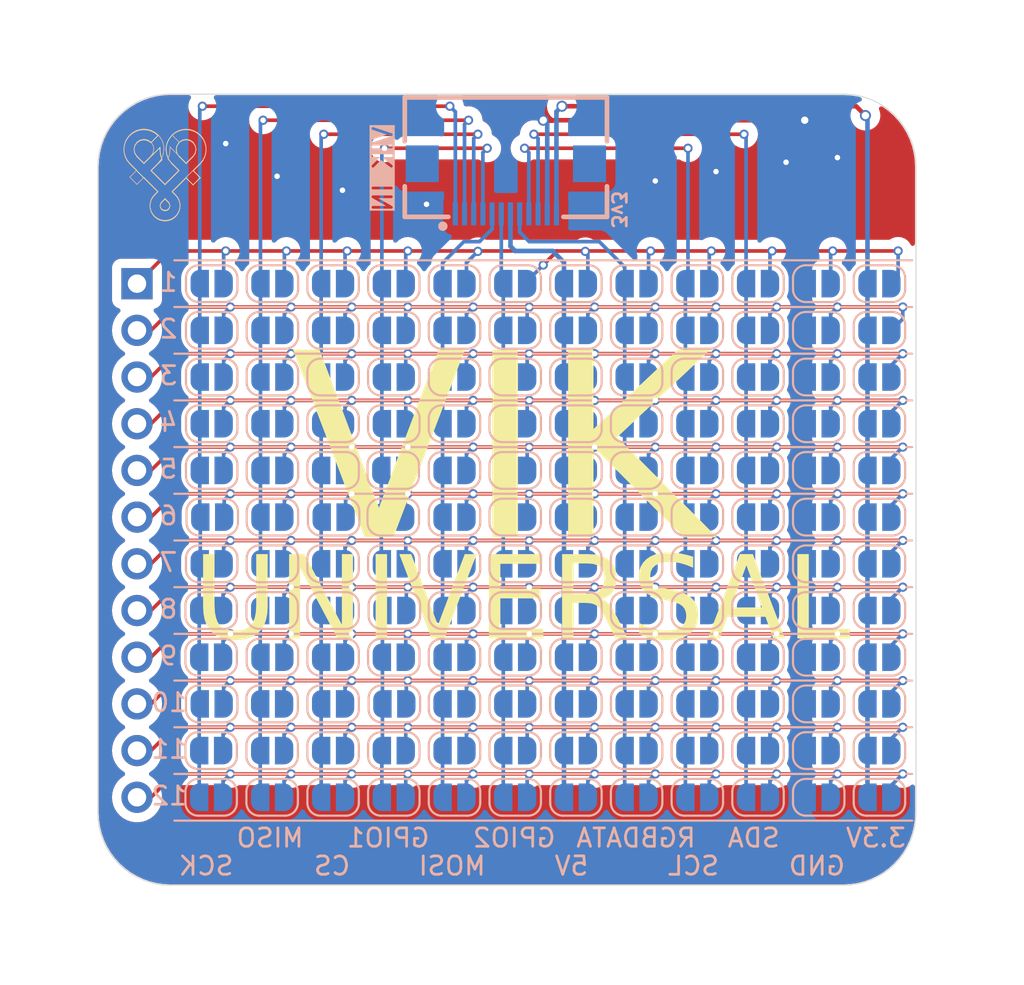
<source format=kicad_pcb>
(kicad_pcb (version 20221018) (generator pcbnew)
  (layers (0 "F.Cu" signal) (31 "B.Cu" signal) (34 "B.Paste" user) (35 "F.Paste" user) (36 "B.SilkS" user "B.Silkscreen") (37 "F.SilkS" user "F.Silkscreen") (38 "B.Mask" user) (39 "F.Mask" user) (44 "Edge.Cuts" user))
  (net 0 "")
  (net 1 "GND")
  (net 2 "VDD_5V")
  (net 3 "VDD_3.3V")
  (net 4 "CS")
  (net 5 "GPIO_AD2")
  (net 6 "RGB_LED_IN")
  (net 7 "SCLK")
  (net 8 "MOSI")
  (net 9 "MISO")
  (net 10 "SCL")
  (net 11 "SDA")
  (net 12 "Net-(J1001-Pin_1)")
  (net 13 "Net-(J1001-Pin_2)")
  (net 14 "Net-(J1001-Pin_3)")
  (net 15 "Net-(J1001-Pin_4)")
  (net 16 "Net-(J1001-Pin_5)")
  (net 17 "Net-(J1001-Pin_6)")
  (net 18 "Net-(J1001-Pin_7)")
  (net 19 "Net-(J1001-Pin_8)")
  (net 20 "Net-(J1001-Pin_9)")
  (net 21 "Net-(J1001-Pin_10)")
  (net 22 "Net-(J1001-Pin_11)")
  (net 23 "Net-(J1001-Pin_12)")
  (net 24 "GPIO_AD1")
  (footprint "local:fingerpunch-logo-small" (layer "F.Cu") (at 72.735194 90.424)
    (fp_text reference "REF**" hide)
    (fp_text value "fingerpunch-logo-small" hide)
  )
  (footprint "" (layer "F.Cu") (at 81.648 98.681999)
    (fp_text reference "")
    (fp_text value "")
  )
  (footprint "" (layer "F.Cu") (at 81.648 98.681999)
    (fp_text reference "")
    (fp_text value "")
  )
  (footprint "Jumper:SolderJumper-2_P1.3mm_Open_RoundedPad1.0x1.5mm" (layer "B.Cu") (at 101.691194 124.46 180)
    (fp_text reference "JP1098" hide)
    (fp_text value "Jumper_2_Open")
  )
  (footprint "Jumper:SolderJumper-2_P1.3mm_Open_RoundedPad1.0x1.5mm" (layer "B.Cu") (at 75.245194 124.46 180)
    (fp_text reference "JP1001" hide)
    (fp_text value "Jumper_2_Open")
  )
  (footprint "Jumper:SolderJumper-2_P1.3mm_Open_RoundedPad1.0x1.5mm" (layer "B.Cu") (at 95.087194 96.52 180)
    (fp_text reference "JP1077" hide)
    (fp_text value "Jumper_2_Open")
  )
  (footprint "Jumper:SolderJumper-2_P1.3mm_Open_RoundedPad1.0x1.5mm" (layer "B.Cu") (at 111.597194 111.76 180)
    (fp_text reference "JP1138" hide)
    (fp_text value "Jumper_2_Open")
  )
  (footprint "Connector_PinSocket_2.54mm:PinSocket_1x12_P2.54mm_Vertical" (layer "B.Cu") (at 71.211194 96.52 180)
    (fp_text reference "J1001" hide)
    (fp_text value "Conn_01x01_Socket")
  )
  (footprint "Jumper:SolderJumper-2_P1.3mm_Open_RoundedPad1.0x1.5mm" (layer "B.Cu") (at 91.785194 111.76 180)
    (fp_text reference "JP1061" hide)
    (fp_text value "Jumper_2_Open")
  )
  (footprint "Jumper:SolderJumper-2_P1.3mm_Open_RoundedPad1.0x1.5mm" (layer "B.Cu") (at 108.295194 116.84 180)
    (fp_text reference "JP1123" hide)
    (fp_text value "Jumper_2_Open")
  )
  (footprint "Jumper:SolderJumper-2_P1.3mm_Open_RoundedPad1.0x1.5mm" (layer "B.Cu") (at 91.785194 104.14 180)
    (fp_text reference "JP1072" hide)
    (fp_text value "Jumper_2_Open")
  )
  (footprint "Jumper:SolderJumper-2_P1.3mm_Open_RoundedPad1.0x1.5mm" (layer "B.Cu") (at 88.483194 104.14 180)
    (fp_text reference "JP1060" hide)
    (fp_text value "Jumper_2_Open")
  )
  (footprint "Jumper:SolderJumper-2_P1.3mm_Open_RoundedPad1.0x1.5mm" (layer "B.Cu") (at 98.389194 114.3 180)
    (fp_text reference "JP1088" hide)
    (fp_text value "Jumper_2_Open")
  )
  (footprint "Jumper:SolderJumper-2_P1.3mm_Open_RoundedPad1.0x1.5mm" (layer "B.Cu") (at 88.483194 111.76 180)
    (fp_text reference "JP1049" hide)
    (fp_text value "Jumper_2_Open")
  )
  (footprint "Jumper:SolderJumper-2_P1.3mm_Open_RoundedPad1.0x1.5mm" (layer "B.Cu") (at 101.691194 104.14 180)
    (fp_text reference "JP1108" hide)
    (fp_text value "Jumper_2_Open")
  )
  (footprint "Jumper:SolderJumper-2_P1.3mm_Open_RoundedPad1.0x1.5mm" (layer "B.Cu") (at 91.785194 96.52 180)
    (fp_text reference "JP1065" hide)
    (fp_text value "Jumper_2_Open")
  )
  (footprint "Jumper:SolderJumper-2_P1.3mm_Open_RoundedPad1.0x1.5mm" (layer "B.Cu") (at 78.577194 106.68 180)
    (fp_text reference "JP1023" hide)
    (fp_text value "Jumper_2_Open")
  )
  (footprint "Jumper:SolderJumper-2_P1.3mm_Open_RoundedPad1.0x1.5mm" (layer "B.Cu") (at 78.563194 121.92 180)
    (fp_text reference "JP1018" hide)
    (fp_text value "Jumper_2_Open")
  )
  (footprint "Jumper:SolderJumper-2_P1.3mm_Open_RoundedPad1.0x1.5mm" (layer "B.Cu") (at 101.691194 114.3 180)
    (fp_text reference "JP1100" hide)
    (fp_text value "Jumper_2_Open")
  )
  (footprint "Jumper:SolderJumper-2_P1.3mm_Open_RoundedPad1.0x1.5mm" (layer "B.Cu") (at 101.691194 106.68 180)
    (fp_text reference "JP1107" hide)
    (fp_text value "Jumper_2_Open")
  )
  (footprint "Jumper:SolderJumper-2_P1.3mm_Open_RoundedPad1.0x1.5mm" (layer "B.Cu") (at 108.295194 101.6 180)
    (fp_text reference "JP1129" hide)
    (fp_text value "Jumper_2_Open")
  )
  (footprint "Jumper:SolderJumper-2_P1.3mm_Open_RoundedPad1.0x1.5mm" (layer "B.Cu") (at 81.879194 104.14 180)
    (fp_text reference "JP1036" hide)
    (fp_text value "Jumper_2_Open")
  )
  (footprint "Jumper:SolderJumper-2_P1.3mm_Open_RoundedPad1.0x1.5mm" (layer "B.Cu") (at 95.087194 99.06 180)
    (fp_text reference "JP1082" hide)
    (fp_text value "Jumper_2_Open")
  )
  (footprint "Jumper:SolderJumper-2_P1.3mm_Open_RoundedPad1.0x1.5mm" (layer "B.Cu") (at 81.879194 101.6 180)
    (fp_text reference "JP1033" hide)
    (fp_text value "Jumper_2_Open")
  )
  (footprint "Jumper:SolderJumper-2_P1.3mm_Open_RoundedPad1.0x1.5mm" (layer "B.Cu") (at 111.597194 101.6 180)
    (fp_text reference "JP1142" hide)
    (fp_text value "Jumper_2_Open")
  )
  (footprint "Jumper:SolderJumper-2_P1.3mm_Open_RoundedPad1.0x1.5mm" (layer "B.Cu") (at 88.483194 101.6 180)
    (fp_text reference "JP1057" hide)
    (fp_text value "Jumper_2_Open")
  )
  (footprint "Jumper:SolderJumper-2_P1.3mm_Open_RoundedPad1.0x1.5mm" (layer "B.Cu") (at 104.993194 114.3 180)
    (fp_text reference "JP1112" hide)
    (fp_text value "Jumper_2_Open")
  )
  (footprint "Jumper:SolderJumper-2_P1.3mm_Open_RoundedPad1.0x1.5mm" (layer "B.Cu") (at 81.879194 119.38 180)
    (fp_text reference "JP1031" hide)
    (fp_text value "Jumper_2_Open")
  )
  (footprint "Jumper:SolderJumper-2_P1.3mm_Open_RoundedPad1.0x1.5mm" (layer "B.Cu") (at 88.483194 124.46 180)
    (fp_text reference "JP1050" hide)
    (fp_text value "Jumper_2_Open")
  )
  (footprint "Jumper:SolderJumper-2_P1.3mm_Open_RoundedPad1.0x1.5mm" (layer "B.Cu") (at 81.879194 121.92 180)
    (fp_text reference "JP1030" hide)
    (fp_text value "Jumper_2_Open")
  )
  (footprint "Jumper:SolderJumper-2_P1.3mm_Open_RoundedPad1.0x1.5mm" (layer "B.Cu") (at 81.909194 109.22 180)
    (fp_text reference "JP1032" hide)
    (fp_text value "Jumper_2_Open")
  )
  (footprint "Jumper:SolderJumper-2_P1.3mm_Open_RoundedPad1.0x1.5mm" (layer "B.Cu") (at 88.483194 119.38 180)
    (fp_text reference "JP1055" hide)
    (fp_text value "Jumper_2_Open")
  )
  (footprint "Jumper:SolderJumper-2_P1.3mm_Open_RoundedPad1.0x1.5mm" (layer "B.Cu") (at 104.993194 106.68 180)
    (fp_text reference "JP1119" hide)
    (fp_text value "Jumper_2_Open")
  )
  (footprint "Jumper:SolderJumper-2_P1.3mm_Open_RoundedPad1.0x1.5mm" (layer "B.Cu") (at 78.577194 116.84 180)
    (fp_text reference "JP1015" hide)
    (fp_text value "Jumper_2_Open")
  )
  (footprint "Jumper:SolderJumper-2_P1.3mm_Open_RoundedPad1.0x1.5mm" (layer "B.Cu") (at 111.597194 96.52 180)
    (fp_text reference "JP1144" hide)
    (fp_text value "Jumper_2_Open")
  )
  (footprint "Jumper:SolderJumper-2_P1.3mm_Open_RoundedPad1.0x1.5mm" (layer "B.Cu") (at 104.993194 104.14 180)
    (fp_text reference "JP1120" hide)
    (fp_text value "Jumper_2_Open")
  )
  (footprint "Jumper:SolderJumper-2_P1.3mm_Open_RoundedPad1.0x1.5mm" (layer "B.Cu") (at 108.295194 96.52 180)
    (fp_text reference "JP1125" hide)
    (fp_text value "Jumper_2_Open")
  )
  (footprint "Jumper:SolderJumper-2_P1.3mm_Open_RoundedPad1.0x1.5mm" (layer "B.Cu") (at 111.597194 116.84 180)
    (fp_text reference "JP1136" hide)
    (fp_text value "Jumper_2_Open")
  )
  (footprint "Jumper:SolderJumper-2_P1.3mm_Open_RoundedPad1.0x1.5mm" (layer "B.Cu") (at 108.295194 124.46 180)
    (fp_text reference "JP1122" hide)
    (fp_text value "Jumper_2_Open")
  )
  (footprint "Jumper:SolderJumper-2_P1.3mm_Open_RoundedPad1.0x1.5mm" (layer "B.Cu") (at 81.879194 124.46 180)
    (fp_text reference "JP1026" hide)
    (fp_text value "Jumper_2_Open")
  )
  (footprint "Jumper:SolderJumper-2_P1.3mm_Open_RoundedPad1.0x1.5mm" (layer "B.Cu") (at 101.691194 96.52 180)
    (fp_text reference "JP1101" hide)
    (fp_text value "Jumper_2_Open")
  )
  (footprint "Jumper:SolderJumper-2_P1.3mm_Open_RoundedPad1.0x1.5mm" (layer "B.Cu") (at 88.483194 96.52 180)
    (fp_text reference "JP1053" hide)
    (fp_text value "Jumper_2_Open")
  )
  (footprint "Jumper:SolderJumper-2_P1.3mm_Open_RoundedPad1.0x1.5mm" (layer "B.Cu") (at 88.483194 109.22 180)
    (fp_text reference "JP1056" hide)
    (fp_text value "Jumper_2_Open")
  )
  (footprint "Jumper:SolderJumper-2_P1.3mm_Open_RoundedPad1.0x1.5mm" (layer "B.Cu") (at 108.295194 104.14 180)
    (fp_text reference "JP1132" hide)
    (fp_text value "Jumper_2_Open")
  )
  (footprint "Jumper:SolderJumper-2_P1.3mm_Open_RoundedPad1.0x1.5mm" (layer "B.Cu") (at 78.577194 101.6 180)
    (fp_text reference "JP1021" hide)
    (fp_text value "Jumper_2_Open")
  )
  (footprint "Jumper:SolderJumper-2_P1.3mm_Open_RoundedPad1.0x1.5mm" (layer "B.Cu") (at 85.181194 99.06 180)
    (fp_text reference "JP1046" hide)
    (fp_text value "Jumper_2_Open")
  )
  (footprint "Jumper:SolderJumper-2_P1.3mm_Open_RoundedPad1.0x1.5mm" (layer "B.Cu") (at 78.563194 119.38 180)
    (fp_text reference "JP1019" hide)
    (fp_text value "Jumper_2_Open")
  )
  (footprint "Jumper:SolderJumper-2_P1.3mm_Open_RoundedPad1.0x1.5mm" (layer "B.Cu") (at 108.295194 114.3 180)
    (fp_text reference "JP1124" hide)
    (fp_text value "Jumper_2_Open")
  )
  (footprint "Jumper:SolderJumper-2_P1.3mm_Open_RoundedPad1.0x1.5mm" (layer "B.Cu") (at 108.295194 109.22 180)
    (fp_text reference "JP1128" hide)
    (fp_text value "Jumper_2_Open")
  )
  (footprint "Jumper:SolderJumper-2_P1.3mm_Open_RoundedPad1.0x1.5mm" (layer "B.Cu") (at 95.087194 116.84 180)
    (fp_text reference "JP1075" hide)
    (fp_text value "Jumper_2_Open")
  )
  (footprint "Jumper:SolderJumper-2_P1.3mm_Open_RoundedPad1.0x1.5mm" (layer "B.Cu") (at 85.181194 121.92 180)
    (fp_text reference "JP1042" hide)
    (fp_text value "Jumper_2_Open")
  )
  (footprint "Jumper:SolderJumper-2_P1.3mm_Open_RoundedPad1.0x1.5mm" (layer "B.Cu") (at 98.389194 124.46 180)
    (fp_text reference "JP1086" hide)
    (fp_text value "Jumper_2_Open")
  )
  (footprint "Jumper:SolderJumper-2_P1.3mm_Open_RoundedPad1.0x1.5mm" (layer "B.Cu") (at 108.295194 106.68 180)
    (fp_text reference "JP1131" hide)
    (fp_text value "Jumper_2_Open")
  )
  (footprint "Jumper:SolderJumper-2_P1.3mm_Open_RoundedPad1.0x1.5mm" (layer "B.Cu") (at 85.181194 96.52 180)
    (fp_text reference "JP1041" hide)
    (fp_text value "Jumper_2_Open")
  )
  (footprint "Jumper:SolderJumper-2_P1.3mm_Open_RoundedPad1.0x1.5mm" (layer "B.Cu") (at 81.879194 111.76 180)
    (fp_text reference "JP1025" hide)
    (fp_text value "Jumper_2_Open")
  )
  (footprint "Jumper:SolderJumper-2_P1.3mm_Open_RoundedPad1.0x1.5mm" (layer "B.Cu") (at 111.597194 124.46 180)
    (fp_text reference "JP1133" hide)
    (fp_text value "Jumper_2_Open")
  )
  (footprint "Jumper:SolderJumper-2_P1.3mm_Open_RoundedPad1.0x1.5mm" (layer "B.Cu") (at 88.483194 114.3 180)
    (fp_text reference "JP1052" hide)
    (fp_text value "Jumper_2_Open")
  )
  (footprint "Jumper:SolderJumper-2_P1.3mm_Open_RoundedPad1.0x1.5mm" (layer "B.Cu") (at 91.785194 106.68 180)
    (fp_text reference "JP1071" hide)
    (fp_text value "Jumper_2_Open")
  )
  (footprint "Jumper:SolderJumper-2_P1.3mm_Open_RoundedPad1.0x1.5mm" (layer "B.Cu") (at 108.295194 119.38 180)
    (fp_text reference "JP1127" hide)
    (fp_text value "Jumper_2_Open")
  )
  (footprint "Jumper:SolderJumper-2_P1.3mm_Open_RoundedPad1.0x1.5mm" (layer "B.Cu") (at 85.181194 124.46 180)
    (fp_text reference "JP1038" hide)
    (fp_text value "Jumper_2_Open")
  )
  (footprint "Jumper:SolderJumper-2_P1.3mm_Open_RoundedPad1.0x1.5mm" (layer "B.Cu") (at 111.597194 99.06 180)
    (fp_text reference "JP1143" hide)
    (fp_text value "Jumper_2_Open")
  )
  (footprint "Jumper:SolderJumper-2_P1.3mm_Open_RoundedPad1.0x1.5mm" (layer "B.Cu") (at 78.563194 114.3 180)
    (fp_text reference "JP1016" hide)
    (fp_text value "Jumper_2_Open")
  )
  (footprint "Jumper:SolderJumper-2_P1.3mm_Open_RoundedPad1.0x1.5mm" (layer "B.Cu") (at 104.993194 119.38 180)
    (fp_text reference "JP1115" hide)
    (fp_text value "Jumper_2_Open")
  )
  (footprint "Jumper:SolderJumper-2_P1.3mm_Open_RoundedPad1.0x1.5mm" (layer "B.Cu") (at 91.785194 99.06 180)
    (fp_text reference "JP1070" hide)
    (fp_text value "Jumper_2_Open")
  )
  (footprint "Jumper:SolderJumper-2_P1.3mm_Open_RoundedPad1.0x1.5mm" (layer "B.Cu") (at 81.879194 106.68 180)
    (fp_text reference "JP1035" hide)
    (fp_text value "Jumper_2_Open")
  )
  (footprint "Jumper:SolderJumper-2_P1.3mm_Open_RoundedPad1.0x1.5mm" (layer "B.Cu") (at 91.785194 114.3 180)
    (fp_text reference "JP1064" hide)
    (fp_text value "Jumper_2_Open")
  )
  (footprint "Jumper:SolderJumper-2_P1.3mm_Open_RoundedPad1.0x1.5mm" (layer "B.Cu") (at 91.785194 124.46 180)
    (fp_text reference "JP1062" hide)
    (fp_text value "Jumper_2_Open")
  )
  (footprint "Jumper:SolderJumper-2_P1.3mm_Open_RoundedPad1.0x1.5mm" (layer "B.Cu") (at 104.993194 101.6 180)
    (fp_text reference "JP1117" hide)
    (fp_text value "Jumper_2_Open")
  )
  (footprint "Jumper:SolderJumper-2_P1.3mm_Open_RoundedPad1.0x1.5mm" (layer "B.Cu") (at 91.785194 109.22 180)
    (fp_text reference "JP1068" hide)
    (fp_text value "Jumper_2_Open")
  )
  (footprint "Jumper:SolderJumper-2_P1.3mm_Open_RoundedPad1.0x1.5mm" (layer "B.Cu") (at 91.785194 121.92 180)
    (fp_text reference "JP1066" hide)
    (fp_text value "Jumper_2_Open")
  )
  (footprint "Jumper:SolderJumper-2_P1.3mm_Open_RoundedPad1.0x1.5mm" (layer "B.Cu") (at 85.151194 106.68 180)
    (fp_text reference "JP1047" hide)
    (fp_text value "Jumper_2_Open")
  )
  (footprint "Jumper:SolderJumper-2_P1.3mm_Open_RoundedPad1.0x1.5mm" (layer "B.Cu") (at 75.275194 106.68 180)
    (fp_text reference "JP1011" hide)
    (fp_text value "Jumper_2_Open")
  )
  (footprint "Jumper:SolderJumper-2_P1.3mm_Open_RoundedPad1.0x1.5mm" (layer "B.Cu") (at 101.691194 111.76 180)
    (fp_text reference "JP1097" hide)
    (fp_text value "Jumper_2_Open")
  )
  (footprint "Jumper:SolderJumper-2_P1.3mm_Open_RoundedPad1.0x1.5mm" (layer "B.Cu") (at 91.785194 119.38 180)
    (fp_text reference "JP1067" hide)
    (fp_text value "Jumper_2_Open")
  )
  (footprint "Jumper:SolderJumper-2_P1.3mm_Open_RoundedPad1.0x1.5mm" (layer "B.Cu") (at 104.993194 124.46 180)
    (fp_text reference "JP1110" hide)
    (fp_text value "Jumper_2_Open")
  )
  (footprint "Jumper:SolderJumper-2_P1.3mm_Open_RoundedPad1.0x1.5mm" (layer "B.Cu") (at 98.389194 116.84 180)
    (fp_text reference "JP1087" hide)
    (fp_text value "Jumper_2_Open")
  )
  (footprint "Jumper:SolderJumper-2_P1.3mm_Open_RoundedPad1.0x1.5mm" (layer "B.Cu") (at 95.087194 109.22 180)
    (fp_text reference "JP1080" hide)
    (fp_text value "Jumper_2_Open")
  )
  (footprint "Jumper:SolderJumper-2_P1.3mm_Open_RoundedPad1.0x1.5mm" (layer "B.Cu") (at 95.087194 124.46 180)
    (fp_text reference "JP1074" hide)
    (fp_text value "Jumper_2_Open")
  )
  (footprint "Jumper:SolderJumper-2_P1.3mm_Open_RoundedPad1.0x1.5mm" (layer "B.Cu") (at 95.087194 119.38 180)
    (fp_text reference "JP1079" hide)
    (fp_text value "Jumper_2_Open")
  )
  (footprint "Jumper:SolderJumper-2_P1.3mm_Open_RoundedPad1.0x1.5mm" (layer "B.Cu") (at 85.181194 101.6 180)
    (fp_text reference "JP1045" hide)
    (fp_text value "Jumper_2_Open")
  )
  (footprint "Jumper:SolderJumper-2_P1.3mm_Open_RoundedPad1.0x1.5mm" (layer "B.Cu") (at 111.597194 114.3 180)
    (fp_text reference "JP1137" hide)
    (fp_text value "Jumper_2_Open")
  )
  (footprint "Jumper:SolderJumper-2_P1.3mm_Open_RoundedPad1.0x1.5mm" (layer "B.Cu") (at 85.151194 109.22 180)
    (fp_text reference "JP1044" hide)
    (fp_text value "Jumper_2_Open")
  )
  (footprint "Jumper:SolderJumper-2_P1.3mm_Open_RoundedPad1.0x1.5mm" (layer "B.Cu") (at 78.577194 104.14 180)
    (fp_text reference "JP1024" hide)
    (fp_text value "Jumper_2_Open")
  )
  (footprint "Jumper:SolderJumper-2_P1.3mm_Open_RoundedPad1.0x1.5mm" (layer "B.Cu") (at 88.483194 99.06 180)
    (fp_text reference "JP1058" hide)
    (fp_text value "Jumper_2_Open")
  )
  (footprint "Jumper:SolderJumper-2_P1.3mm_Open_RoundedPad1.0x1.5mm" (layer "B.Cu") (at 104.993194 121.92 180)
    (fp_text reference "JP1114" hide)
    (fp_text value "Jumper_2_Open")
  )
  (footprint "Jumper:SolderJumper-2_P1.3mm_Open_RoundedPad1.0x1.5mm" (layer "B.Cu") (at 104.993194 99.06 180)
    (fp_text reference "JP1118" hide)
    (fp_text value "Jumper_2_Open")
  )
  (footprint "Jumper:SolderJumper-2_P1.3mm_Open_RoundedPad1.0x1.5mm" (layer "B.Cu") (at 101.691194 121.92 180)
    (fp_text reference "JP1102" hide)
    (fp_text value "Jumper_2_Open")
  )
  (footprint "Jumper:SolderJumper-2_P1.3mm_Open_RoundedPad1.0x1.5mm" (layer "B.Cu") (at 95.087194 111.76 180)
    (fp_text reference "JP1073" hide)
    (fp_text value "Jumper_2_Open")
  )
  (footprint "Jumper:SolderJumper-2_P1.3mm_Open_RoundedPad1.0x1.5mm" (layer "B.Cu") (at 78.563194 124.46 180)
    (fp_text reference "JP1014" hide)
    (fp_text value "Jumper_2_Open")
  )
  (footprint "Jumper:SolderJumper-2_P1.3mm_Open_RoundedPad1.0x1.5mm" (layer "B.Cu") (at 111.597194 104.14 180)
    (fp_text reference "JP1141" hide)
    (fp_text value "Jumper_2_Open")
  )
  (footprint "Jumper:SolderJumper-2_P1.3mm_Open_RoundedPad1.0x1.5mm" (layer "B.Cu") (at 95.087194 114.3 180)
    (fp_text reference "JP1076" hide)
    (fp_text value "Jumper_2_Open")
  )
  (footprint "Jumper:SolderJumper-2_P1.3mm_Open_RoundedPad1.0x1.5mm" (layer "B.Cu") (at 75.305194 109.22 180)
    (fp_text reference "JP1008" hide)
    (fp_text value "Jumper_2_Open")
  )
  (footprint "Jumper:SolderJumper-2_P1.3mm_Open_RoundedPad1.0x1.5mm" (layer "B.Cu") (at 98.389194 99.06 180)
    (fp_text reference "JP1094" hide)
    (fp_text value "Jumper_2_Open")
  )
  (footprint "Jumper:SolderJumper-2_P1.3mm_Open_RoundedPad1.0x1.5mm" (layer "B.Cu") (at 98.389194 109.22 180)
    (fp_text reference "JP1092" hide)
    (fp_text value "Jumper_2_Open")
  )
  (footprint "Jumper:SolderJumper-2_P1.3mm_Open_RoundedPad1.0x1.5mm" (layer "B.Cu") (at 81.879194 114.3 180)
    (fp_text reference "JP1028" hide)
    (fp_text value "Jumper_2_Open")
  )
  (footprint "Jumper:SolderJumper-2_P1.3mm_Open_RoundedPad1.0x1.5mm" (layer "B.Cu") (at 75.275194 111.76 180)
    (fp_text reference "JP1006" hide)
    (fp_text value "Jumper_2_Open")
  )
  (footprint "Jumper:SolderJumper-2_P1.3mm_Open_RoundedPad1.0x1.5mm" (layer "B.Cu") (at 111.597194 106.68 180)
    (fp_text reference "JP1140" hide)
    (fp_text value "Jumper_2_Open")
  )
  (footprint "Jumper:SolderJumper-2_P1.3mm_Open_RoundedPad1.0x1.5mm" (layer "B.Cu") (at 75.245194 114.3 180)
    (fp_text reference "JP1005" hide)
    (fp_text value "Jumper_2_Open")
  )
  (footprint "Jumper:SolderJumper-2_P1.3mm_Open_RoundedPad1.0x1.5mm" (layer "B.Cu") (at 88.483194 116.84 180)
    (fp_text reference "JP1051" hide)
    (fp_text value "Jumper_2_Open")
  )
  (footprint "Jumper:SolderJumper-2_P1.3mm_Open_RoundedPad1.0x1.5mm" (layer "B.Cu") (at 98.389194 106.68 180)
    (fp_text reference "JP1095" hide)
    (fp_text value "Jumper_2_Open")
  )
  (footprint "Jumper:SolderJumper-2_P1.3mm_Open_RoundedPad1.0x1.5mm" (layer "B.Cu") (at 98.389194 121.92 180)
    (fp_text reference "JP1090" hide)
    (fp_text value "Jumper_2_Open")
  )
  (footprint "Jumper:SolderJumper-2_P1.3mm_Open_RoundedPad1.0x1.5mm" (layer "B.Cu") (at 98.389194 119.38 180)
    (fp_text reference "JP1091" hide)
    (fp_text value "Jumper_2_Open")
  )
  (footprint "Jumper:SolderJumper-2_P1.3mm_Open_RoundedPad1.0x1.5mm" (layer "B.Cu") (at 98.389194 96.52 180)
    (fp_text reference "JP1089" hide)
    (fp_text value "Jumper_2_Open")
  )
  (footprint "Jumper:SolderJumper-2_P1.3mm_Open_RoundedPad1.0x1.5mm" (layer "B.Cu") (at 108.295194 111.76 180)
    (fp_text reference "JP1121" hide)
    (fp_text value "Jumper_2_Open")
  )
  (footprint "Jumper:SolderJumper-2_P1.3mm_Open_RoundedPad1.0x1.5mm" (layer "B.Cu") (at 88.483194 121.92 180)
    (fp_text reference "JP1054" hide)
    (fp_text value "Jumper_2_Open")
  )
  (footprint "Jumper:SolderJumper-2_P1.3mm_Open_RoundedPad1.0x1.5mm" (layer "B.Cu") (at 85.211194 119.38 180)
    (fp_text reference "JP1043" hide)
    (fp_text value "Jumper_2_Open")
  )
  (footprint "Jumper:SolderJumper-2_P1.3mm_Open_RoundedPad1.0x1.5mm" (layer "B.Cu") (at 111.597194 109.22 180)
    (fp_text reference "JP1139" hide)
    (fp_text value "Jumper_2_Open")
  )
  (footprint "Jumper:SolderJumper-2_P1.3mm_Open_RoundedPad1.0x1.5mm" (layer "B.Cu") (at 101.691194 101.6 180)
    (fp_text reference "JP1105" hide)
    (fp_text value "Jumper_2_Open")
  )
  (footprint "Jumper:SolderJumper-2_P1.3mm_Open_RoundedPad1.0x1.5mm" (layer "B.Cu") (at 108.295194 99.06 180)
    (fp_text reference "JP1130" hide)
    (fp_text value "Jumper_2_Open")
  )
  (footprint "Jumper:SolderJumper-2_P1.3mm_Open_RoundedPad1.0x1.5mm" (layer "B.Cu") (at 101.691194 109.22 180)
    (fp_text reference "JP1104" hide)
    (fp_text value "Jumper_2_Open")
  )
  (footprint "Jumper:SolderJumper-2_P1.3mm_Open_RoundedPad1.0x1.5mm" (layer "B.Cu") (at 91.785194 116.84 180)
    (fp_text reference "JP1063" hide)
    (fp_text value "Jumper_2_Open")
  )
  (footprint "Jumper:SolderJumper-2_P1.3mm_Open_RoundedPad1.0x1.5mm" (layer "B.Cu") (at 95.087194 101.6 180)
    (fp_text reference "JP1081" hide)
    (fp_text value "Jumper_2_Open")
  )
  (footprint "Jumper:SolderJumper-2_P1.3mm_Open_RoundedPad1.0x1.5mm" (layer "B.Cu") (at 98.389194 104.14 180)
    (fp_text reference "JP1096" hide)
    (fp_text value "Jumper_2_Open")
  )
  (footprint "Jumper:SolderJumper-2_P1.3mm_Open_RoundedPad1.0x1.5mm" (layer "B.Cu") (at 85.181194 104.14 180)
    (fp_text reference "JP1048" hide)
    (fp_text value "Jumper_2_Open")
  )
  (footprint "vik:vik-module-connector-horizontal" (layer "B.Cu") (at 91.277194 90.686)
    (fp_text reference "J1003" hide)
    (fp_text value "~" hide)
  )
  (footprint "Jumper:SolderJumper-2_P1.3mm_Open_RoundedPad1.0x1.5mm" (layer "B.Cu") (at 111.597194 121.92 180)
    (fp_text reference "JP1134" hide)
    (fp_text value "Jumper_2_Open")
  )
  (footprint "Jumper:SolderJumper-2_P1.3mm_Open_RoundedPad1.0x1.5mm" (layer "B.Cu") (at 75.245194 116.84 180)
    (fp_text reference "JP1004" hide)
    (fp_text value "Jumper_2_Open")
  )
  (footprint "local:fingerpunch-logo-small" (layer "B.Cu") (at 72.735194 90.394 180)
    (fp_text reference "REF**" hide)
    (fp_text value "fingerpunch-logo-small" hide)
  )
  (footprint "Jumper:SolderJumper-2_P1.3mm_Open_RoundedPad1.0x1.5mm" (layer "B.Cu") (at 98.389194 111.76 180)
    (fp_text reference "JP1085" hide)
    (fp_text value "Jumper_2_Open")
  )
  (footprint "Jumper:SolderJumper-2_P1.3mm_Open_RoundedPad1.0x1.5mm" (layer "B.Cu") (at 104.993194 111.76 180)
    (fp_text reference "JP1109" hide)
    (fp_text value "Jumper_2_Open")
  )
  (footprint "Jumper:SolderJumper-2_P1.3mm_Open_RoundedPad1.0x1.5mm" (layer "B.Cu") (at 75.275194 96.52 180)
    (fp_text reference "JP1007" hide)
    (fp_text value "Jumper_2_Open")
  )
  (footprint "Jumper:SolderJumper-2_P1.3mm_Open_RoundedPad1.0x1.5mm" (layer "B.Cu") (at 75.275194 101.6 180)
    (fp_text reference "JP1009" hide)
    (fp_text value "Jumper_2_Open")
  )
  (footprint "Jumper:SolderJumper-2_P1.3mm_Open_RoundedPad1.0x1.5mm" (layer "B.Cu") (at 108.295194 121.92 180)
    (fp_text reference "JP1126" hide)
    (fp_text value "Jumper_2_Open")
  )
  (footprint "Jumper:SolderJumper-2_P1.3mm_Open_RoundedPad1.0x1.5mm" (layer "B.Cu") (at 95.087194 121.92 180)
    (fp_text reference "JP1078" hide)
    (fp_text value "Jumper_2_Open")
  )
  (footprint "Jumper:SolderJumper-2_P1.3mm_Open_RoundedPad1.0x1.5mm" (layer "B.Cu") (at 78.577194 111.76 180)
    (fp_text reference "JP1013" hide)
    (fp_text value "Jumper_2_Open")
  )
  (footprint "Jumper:SolderJumper-2_P1.3mm_Open_RoundedPad1.0x1.5mm" (layer "B.Cu") (at 88.483194 106.68 180)
    (fp_text reference "JP1059" hide)
    (fp_text value "Jumper_2_Open")
  )
  (footprint "Jumper:SolderJumper-2_P1.3mm_Open_RoundedPad1.0x1.5mm" (layer "B.Cu") (at 101.691194 116.84 180)
    (fp_text reference "JP1099" hide)
    (fp_text value "Jumper_2_Open")
  )
  (footprint "Jumper:SolderJumper-2_P1.3mm_Open_RoundedPad1.0x1.5mm" (layer "B.Cu") (at 95.087194 104.14 180)
    (fp_text reference "JP1084" hide)
    (fp_text value "Jumper_2_Open")
  )
  (footprint "Jumper:SolderJumper-2_P1.3mm_Open_RoundedPad1.0x1.5mm" (layer "B.Cu") (at 81.879194 99.06 180)
    (fp_text reference "JP1034" hide)
    (fp_text value "Jumper_2_Open")
  )
  (footprint "Jumper:SolderJumper-2_P1.3mm_Open_RoundedPad1.0x1.5mm" (layer "B.Cu") (at 78.577194 99.06 180)
    (fp_text reference "JP1022" hide)
    (fp_text value "Jumper_2_Open")
  )
  (footprint "Jumper:SolderJumper-2_P1.3mm_Open_RoundedPad1.0x1.5mm" (layer "B.Cu") (at 98.389194 101.6 180)
    (fp_text reference "JP1093" hide)
    (fp_text value "Jumper_2_Open")
  )
  (footprint "Jumper:SolderJumper-2_P1.3mm_Open_RoundedPad1.0x1.5mm" (layer "B.Cu") (at 81.879194 116.84 180)
    (fp_text reference "JP1027" hide)
    (fp_text value "Jumper_2_Open")
  )
  (footprint "Jumper:SolderJumper-2_P1.3mm_Open_RoundedPad1.0x1.5mm" (layer "B.Cu") (at 85.181194 111.76 180)
    (fp_text reference "JP1037" hide)
    (fp_text value "Jumper_2_Open")
  )
  (footprint "Jumper:SolderJumper-2_P1.3mm_Open_RoundedPad1.0x1.5mm" (layer "B.Cu") (at 75.275194 104.14 180)
    (fp_text reference "JP1012" hide)
    (fp_text value "Jumper_2_Open")
  )
  (footprint "Jumper:SolderJumper-2_P1.3mm_Open_RoundedPad1.0x1.5mm" (layer "B.Cu") (at 101.691194 119.38 180)
    (fp_text reference "JP1103" hide)
    (fp_text value "Jumper_2_Open")
  )
  (footprint "Jumper:SolderJumper-2_P1.3mm_Open_RoundedPad1.0x1.5mm" (layer "B.Cu") (at 95.087194 106.68 180)
    (fp_text reference "JP1083" hide)
    (fp_text value "Jumper_2_Open")
  )
  (footprint "Jumper:SolderJumper-2_P1.3mm_Open_RoundedPad1.0x1.5mm" (layer "B.Cu") (at 75.275194 99.06 180)
    (fp_text reference "JP1010" hide)
    (fp_text value "Jumper_2_Open")
  )
  (footprint "Jumper:SolderJumper-2_P1.3mm_Open_RoundedPad1.0x1.5mm" (layer "B.Cu") (at 101.691194 99.06 180)
    (fp_text reference "JP1106" hide)
    (fp_text value "Jumper_2_Open")
  )
  (footprint "Jumper:SolderJumper-2_P1.3mm_Open_RoundedPad1.0x1.5mm" (layer "B.Cu") (at 75.245194 121.92 180)
    (fp_text reference "JP1002" hide)
    (fp_text value "Jumper_2_Open")
  )
  (footprint "Jumper:SolderJumper-2_P1.3mm_Open_RoundedPad1.0x1.5mm" (layer "B.Cu") (at 85.181194 116.84 180)
    (fp_text reference "JP1039" hide)
    (fp_text value "Jumper_2_Open")
  )
  (footprint "Jumper:SolderJumper-2_P1.3mm_Open_RoundedPad1.0x1.5mm" (layer "B.Cu") (at 78.577194 109.22 180)
    (fp_text reference "JP1020" hide)
    (fp_text value "Jumper_2_Open")
  )
  (footprint "Jumper:SolderJumper-2_P1.3mm_Open_RoundedPad1.0x1.5mm" (layer "B.Cu") (at 91.785194 101.6 180)
    (fp_text reference "JP1069" hide)
    (fp_text value "Jumper_2_Open")
  )
  (footprint "Jumper:SolderJumper-2_P1.3mm_Open_RoundedPad1.0x1.5mm" (layer "B.Cu") (at 78.577194 96.52 180)
    (fp_text reference "JP1017" hide)
    (fp_text value "Jumper_2_Open")
  )
  (footprint "Jumper:SolderJumper-2_P1.3mm_Open_RoundedPad1.0x1.5mm" (layer "B.Cu") (at 104.993194 116.84 180)
    (fp_text reference "JP1111" hide)
    (fp_text value "Jumper_2_Open")
  )
  (footprint "Jumper:SolderJumper-2_P1.3mm_Open_RoundedPad1.0x1.5mm" (layer "B.Cu") (at 85.211194 114.3 180)
    (fp_text reference "JP1040" hide)
    (fp_text value "Jumper_2_Open")
  )
  (footprint "Jumper:SolderJumper-2_P1.3mm_Open_RoundedPad1.0x1.5mm" (layer "B.Cu") (at 81.879194 96.52 180)
    (fp_text reference "JP1029" hide)
    (fp_text value "Jumper_2_Open")
  )
  (footprint "Jumper:SolderJumper-2_P1.3mm_Open_RoundedPad1.0x1.5mm" (layer "B.Cu") (at 104.993194 96.52 180)
    (fp_text reference "JP1113" hide)
    (fp_text value "Jumper_2_Open")
  )
  (footprint "Jumper:SolderJumper-2_P1.3mm_Open_RoundedPad1.0x1.5mm" (layer "B.Cu") (at 111.597194 119.38 180)
    (fp_text reference "JP1135" hide)
    (fp_text value "Jumper_2_Open")
  )
  (footprint "Jumper:SolderJumper-2_P1.3mm_Open_RoundedPad1.0x1.5mm" (layer "B.Cu") (at 104.993194 109.22 180)
    (fp_text reference "JP1116" hide)
    (fp_text value "Jumper_2_Open")
  )
  (footprint "Jumper:SolderJumper-2_P1.3mm_Open_RoundedPad1.0x1.5mm" (layer "B.Cu") (at 75.275194 119.38 180)
    (fp_text reference "JP1003" hide)
    (fp_text value "Jumper_2_Open")
  )
  (gr_line (start 73.243194 107.95) (end 113.375194 107.95) (stroke (width 0.12)) (layer "B.SilkS"))
  (gr_line (start 73.243194 97.79) (end 113.375194 97.79) (stroke (width 0.12)) (layer "B.SilkS"))
  (gr_line (start 73.243194 100.33) (end 113.375194 100.33) (stroke (width 0.12)) (layer "B.SilkS"))
  (gr_line (start 73.243194 125.73) (end 113.375194 125.73) (stroke (width 0.12)) (layer "B.SilkS"))
  (gr_line (start 73.243194 95.25) (end 113.375194 95.25) (stroke (width 0.12)) (layer "B.SilkS"))
  (gr_line (start 73.243194 105.41) (end 113.375194 105.41) (stroke (width 0.12)) (layer "B.SilkS"))
  (gr_line (start 73.243194 120.65) (end 113.375194 120.65) (stroke (width 0.12)) (layer "B.SilkS"))
  (gr_line (start 73.243194 113.03) (end 113.375194 113.03) (stroke (width 0.12)) (layer "B.SilkS"))
  (gr_line (start 73.243194 118.11) (end 113.375194 118.11) (stroke (width 0.12)) (layer "B.SilkS"))
  (gr_line (start 73.243194 123.19) (end 113.375194 123.19) (stroke (width 0.12)) (layer "B.SilkS"))
  (gr_line (start 73.243194 115.57) (end 113.375194 115.57) (stroke (width 0.12)) (layer "B.SilkS"))
  (gr_line (start 73.243194 102.87) (end 113.375194 102.87) (stroke (width 0.12)) (layer "B.SilkS"))
  (gr_line (start 73.243194 110.49) (end 113.375194 110.49) (stroke (width 0.12)) (layer "B.SilkS"))
  (gr_arc (start 109.644194 86.212271) (mid 112.430173 87.366272) (end 113.584194 90.152271) (stroke (width 0.05)) (layer "Edge.Cuts"))
  (gr_line (start 69.084194 90.152271) (end 69.084194 125.302271) (stroke (width 0.05)) (layer "Edge.Cuts"))
  (gr_line (start 113.584194 125.302271) (end 113.584194 90.152271) (stroke (width 0.05)) (layer "Edge.Cuts"))
  (gr_line (start 109.644194 86.212271) (end 73.024194 86.212271) (stroke (width 0.05)) (layer "Edge.Cuts"))
  (gr_arc (start 73.024194 129.242271) (mid 70.238172 128.088274) (end 69.084194 125.302271) (stroke (width 0.05)) (layer "Edge.Cuts"))
  (gr_line (start 73.024194 129.242271) (end 109.644194 129.242271) (stroke (width 0.05)) (layer "Edge.Cuts"))
  (gr_arc (start 113.584194 125.302271) (mid 112.430205 128.088288) (end 109.644194 129.242271) (stroke (width 0.05)) (layer "Edge.Cuts"))
  (gr_arc (start 69.084194 90.152271) (mid 70.238193 87.366271) (end 73.024194 86.212271) (stroke (width 0.05)) (layer "Edge.Cuts"))
  (gr_text "5" (at 73.497194 107.188) (layer "B.SilkS") (effects (font (size 1 1)) (justify left bottom mirror)))
  (gr_text "2" (at 73.497194 99.568) (layer "B.SilkS") (effects (font (size 1 1)) (justify left bottom mirror)))
  (gr_text "GPIO2" (at 94.071194 127.254) (layer "B.SilkS") (effects (font (size 1 1)) (justify left bottom mirror)))
  (gr_text "CS" (at 82.895194 128.778) (layer "B.SilkS") (effects (font (size 1 1)) (justify left bottom mirror)))
  (gr_text "MOSI" (at 90.261194 128.778) (layer "B.SilkS") (effects (font (size 1 1)) (justify left bottom mirror)))
  (gr_text "12" (at 74.005194 124.968) (layer "B.SilkS") (effects (font (size 1 1)) (justify left bottom mirror)))
  (gr_text "8" (at 73.497194 114.808) (layer "B.SilkS") (effects (font (size 1 1)) (justify left bottom mirror)))
  (gr_text "10" (at 74.005194 119.888) (layer "B.SilkS") (effects (font (size 1 1)) (justify left bottom mirror)))
  (gr_text "SCL" (at 102.961194 128.778) (layer "B.SilkS") (effects (font (size 1 1)) (justify left bottom mirror)))
  (gr_text "RGBDATA" (at 101.691194 127.254) (layer "B.SilkS") (effects (font (size 1 1)) (justify left bottom mirror)))
  (gr_text "7" (at 73.497194 112.268) (layer "B.SilkS") (effects (font (size 1 1)) (justify left bottom mirror)))
  (gr_text "3" (at 73.497194 102.108) (layer "B.SilkS") (effects (font (size 1 1)) (justify left bottom mirror)))
  (gr_text "9" (at 73.497194 117.348) (layer "B.SilkS") (effects (font (size 1 1)) (justify left bottom mirror)))
  (gr_text "3.3V" (at 113.121194 127.254) (layer "B.SilkS") (effects (font (size 1 1)) (justify left bottom mirror)))
  (gr_text "SCK" (at 76.545194 128.778) (layer "B.SilkS") (effects (font (size 1 1)) (justify left bottom mirror)))
  (gr_text "MISO" (at 80.355194 127.254) (layer "B.SilkS") (effects (font (size 1 1)) (justify left bottom mirror)))
  (gr_text "SDA" (at 106.263194 127.254) (layer "B.SilkS") (effects (font (size 1 1)) (justify left bottom mirror)))
  (gr_text "11" (at 74.005194 122.428) (layer "B.SilkS") (effects (font (size 1 1)) (justify left bottom mirror)))
  (gr_text "1" (at 73.497194 97.028) (layer "B.SilkS") (effects (font (size 1 1)) (justify left bottom mirror)))
  (gr_text "GND" (at 109.819194 128.778) (layer "B.SilkS") (effects (font (size 1 1)) (justify left bottom mirror)))
  (gr_text "GPIO1" (at 87.213194 127.254) (layer "B.SilkS") (effects (font (size 1 1)) (justify left bottom mirror)))
  (gr_text "5V" (at 95.849194 128.778) (layer "B.SilkS") (effects (font (size 1 1)) (justify left bottom mirror)))
  (gr_text "6" (at 73.497194 109.728) (layer "B.SilkS") (effects (font (size 1 1)) (justify left bottom mirror)))
  (gr_text "4" (at 73.497194 104.648) (layer "B.SilkS") (effects (font (size 1 1)) (justify left bottom mirror)))
  (gr_text "UNIVERSAL" (at 74.259194 116.586) (layer "F.SilkS") (effects (font (size 4.5 4.5)) (justify left bottom)))
  (gr_text "VIK" (at 79.593194 112.014) (layer "F.SilkS") (effects (font (size 10 10) (thickness 1.5)) (justify left bottom)))
  (segment (start 107.533194 87.63) (end 93.309194 87.63) (width 0.25) (layer "F.Cu") (net 1))
  (via (at 106.517194 89.916) (size 0.5) (drill 0.3) (layers "F.Cu" "B.Cu") (net 1))
  (via (at 93.309194 87.63) (size 0.6) (drill 0.4) (layers "F.Cu" "B.Cu") (net 1))
  (via (at 99.405194 90.932) (size 0.5) (drill 0.3) (layers "F.Cu" "B.Cu") (net 1))
  (via (at 76.037194 88.9) (size 0.5) (drill 0.3) (layers "F.Cu" "B.Cu") (net 1))
  (via (at 78.831194 90.678) (size 0.5) (drill 0.3) (layers "F.Cu" "B.Cu") (net 1))
  (via (at 82.387194 91.44) (size 0.5) (drill 0.3) (layers "F.Cu" "B.Cu") (net 1))
  (via (at 109.311194 89.662) (size 0.5) (drill 0.3) (layers "F.Cu" "B.Cu") (net 1))
  (via (at 107.533194 87.63) (size 0.6) (drill 0.4) (layers "F.Cu" "B.Cu") (net 1))
  (via (at 102.707194 90.424) (size 0.5) (drill 0.3) (layers "F.Cu" "B.Cu") (net 1))
  (via (at 86.959194 92.202) (size 0.5) (drill 0.3) (layers "F.Cu" "B.Cu") (net 1))
  (segment (start 107.645194 111.76) (end 107.645194 114.3) (width 0.25) (layer "B.Cu") (net 1))
  (segment (start 93.309194 87.63) (end 93.527194 87.848) (width 0.25) (layer "B.Cu") (net 1))
  (segment (start 107.645194 114.3) (end 107.645194 116.84) (width 0.25) (layer "B.Cu") (net 1))
  (segment (start 107.645194 109.22) (end 107.645194 111.76) (width 0.25) (layer "B.Cu") (net 1))
  (segment (start 93.527194 87.848) (end 93.527194 92.724) (width 0.25) (layer "B.Cu") (net 1))
  (segment (start 107.645194 96.52) (end 107.645194 87.742) (width 0.25) (layer "B.Cu") (net 1))
  (segment (start 107.645194 116.84) (end 107.645194 119.38) (width 0.25) (layer "B.Cu") (net 1))
  (segment (start 107.645194 121.92) (end 107.645194 124.46) (width 0.25) (layer "B.Cu") (net 1))
  (segment (start 107.645194 87.742) (end 107.533194 87.63) (width 0.25) (layer "B.Cu") (net 1))
  (segment (start 107.645194 96.52) (end 107.645194 99.06) (width 0.25) (layer "B.Cu") (net 1))
  (segment (start 107.645194 106.68) (end 107.645194 109.22) (width 0.25) (layer "B.Cu") (net 1))
  (segment (start 107.645194 101.6) (end 107.645194 104.14) (width 0.25) (layer "B.Cu") (net 1))
  (segment (start 107.645194 119.38) (end 107.645194 121.92) (width 0.25) (layer "B.Cu") (net 1))
  (segment (start 107.645194 99.06) (end 107.645194 101.6) (width 0.25) (layer "B.Cu") (net 1))
  (segment (start 107.645194 104.14) (end 107.645194 106.68) (width 0.25) (layer "B.Cu") (net 1))
  (segment (start 94.437194 95.362) (end 93.817194 94.742) (width 0.25) (layer "B.Cu") (net 2))
  (segment (start 94.437194 119.38) (end 94.437194 121.92) (width 0.25) (layer "B.Cu") (net 2))
  (segment (start 91.785194 94.742) (end 91.527194 94.484) (width 0.25) (layer "B.Cu") (net 2))
  (segment (start 94.437194 109.22) (end 94.437194 111.76) (width 0.25) (layer "B.Cu") (net 2))
  (segment (start 94.437194 114.3) (end 94.437194 116.84) (width 0.25) (layer "B.Cu") (net 2))
  (segment (start 94.437194 106.68) (end 94.437194 109.22) (width 0.25) (layer "B.Cu") (net 2))
  (segment (start 94.437194 101.6) (end 94.437194 104.14) (width 0.25) (layer "B.Cu") (net 2))
  (segment (start 94.437194 104.14) (end 94.437194 106.68) (width 0.25) (layer "B.Cu") (net 2))
  (segment (start 94.437194 111.76) (end 94.437194 114.3) (width 0.25) (layer "B.Cu") (net 2))
  (segment (start 94.437194 121.92) (end 94.437194 124.46) (width 0.25) (layer "B.Cu") (net 2))
  (segment (start 94.437194 96.52) (end 94.437194 99.06) (width 0.25) (layer "B.Cu") (net 2))
  (segment (start 94.437194 116.84) (end 94.437194 119.38) (width 0.25) (layer "B.Cu") (net 2))
  (segment (start 91.527194 94.484) (end 91.527194 92.724) (width 0.25) (layer "B.Cu") (net 2))
  (segment (start 94.437194 96.52) (end 94.437194 95.362) (width 0.25) (layer "B.Cu") (net 2))
  (segment (start 93.817194 94.742) (end 91.785194 94.742) (width 0.25) (layer "B.Cu") (net 2))
  (segment (start 94.437194 99.06) (end 94.437194 101.6) (width 0.25) (layer "B.Cu") (net 2))
  (segment (start 110.835194 87.376) (end 110.327194 86.868) (width 0.25) (layer "F.Cu") (net 3))
  (segment (start 110.327194 86.868) (end 94.325194 86.868) (width 0.25) (layer "F.Cu") (net 3))
  (via (at 94.325194 86.868) (size 0.6) (drill 0.4) (layers "F.Cu" "B.Cu") (net 3))
  (via (at 110.835194 87.376) (size 0.6) (drill 0.4) (layers "F.Cu" "B.Cu") (net 3))
  (segment (start 94.027194 87.166) (end 94.027194 92.724) (width 0.25) (layer "B.Cu") (net 3))
  (segment (start 110.947194 119.38) (end 110.947194 116.84) (width 0.25) (layer "B.Cu") (net 3))
  (segment (start 110.947194 124.46) (end 110.947194 121.92) (width 0.25) (layer "B.Cu") (net 3))
  (segment (start 110.947194 87.488) (end 110.835194 87.376) (width 0.25) (layer "B.Cu") (net 3))
  (segment (start 110.947194 104.14) (end 110.947194 106.68) (width 0.25) (layer "B.Cu") (net 3))
  (segment (start 94.325194 86.868) (end 94.027194 87.166) (width 0.25) (layer "B.Cu") (net 3))
  (segment (start 110.947194 99.06) (end 110.947194 101.6) (width 0.25) (layer "B.Cu") (net 3))
  (segment (start 110.947194 114.3) (end 110.947194 111.76) (width 0.25) (layer "B.Cu") (net 3))
  (segment (start 110.947194 96.52) (end 110.947194 87.488) (width 0.25) (layer "B.Cu") (net 3))
  (segment (start 110.947194 111.76) (end 110.947194 109.22) (width 0.25) (layer "B.Cu") (net 3))
  (segment (start 110.947194 121.92) (end 110.947194 119.38) (width 0.25) (layer "B.Cu") (net 3))
  (segment (start 110.947194 116.84) (end 110.947194 114.3) (width 0.25) (layer "B.Cu") (net 3))
  (segment (start 110.947194 106.68) (end 110.947194 109.22) (width 0.25) (layer "B.Cu") (net 3))
  (segment (start 110.947194 101.6) (end 110.947194 104.14) (width 0.25) (layer "B.Cu") (net 3))
  (segment (start 110.947194 96.52) (end 110.947194 99.06) (width 0.25) (layer "B.Cu") (net 3))
  (segment (start 81.371194 88.392) (end 89.753194 88.392) (width 0.2) (layer "F.Cu") (net 4))
  (via (at 81.371194 88.392) (size 0.5) (drill 0.3) (layers "F.Cu" "B.Cu") (net 4))
  (via (at 89.753194 88.392) (size 0.5) (drill 0.3) (layers "F.Cu" "B.Cu") (net 4))
  (segment (start 81.229194 111.76) (end 81.229194 109.25) (width 0.2) (layer "B.Cu") (net 4))
  (segment (start 81.229194 121.92) (end 81.229194 124.46) (width 0.2) (layer "B.Cu") (net 4))
  (segment (start 81.229194 99.06) (end 81.229194 101.6) (width 0.2) (layer "B.Cu") (net 4))
  (segment (start 81.229194 116.84) (end 81.229194 119.38) (width 0.2) (layer "B.Cu") (net 4))
  (segment (start 81.229194 101.6) (end 81.229194 104.14) (width 0.2) (layer "B.Cu") (net 4))
  (segment (start 81.229194 111.76) (end 81.229194 114.3) (width 0.2) (layer "B.Cu") (net 4))
  (segment (start 81.229194 109.19) (end 81.259194 109.22) (width 0.2) (layer "B.Cu") (net 4))
  (segment (start 81.229194 114.3) (end 81.229194 116.84) (width 0.2) (layer "B.Cu") (net 4))
  (segment (start 81.229194 88.534) (end 81.371194 88.392) (width 0.2) (layer "B.Cu") (net 4))
  (segment (start 81.229194 119.38) (end 81.229194 121.92) (width 0.2) (layer "B.Cu") (net 4))
  (segment (start 81.229194 109.25) (end 81.259194 109.22) (width 0.2) (layer "B.Cu") (net 4))
  (segment (start 89.753194 88.392) (end 89.527194 88.618) (width 0.2) (layer "B.Cu") (net 4))
  (segment (start 81.229194 96.52) (end 81.229194 88.534) (width 0.2) (layer "B.Cu") (net 4))
  (segment (start 81.229194 106.68) (end 81.229194 104.14) (width 0.2) (layer "B.Cu") (net 4))
  (segment (start 81.229194 96.52) (end 81.229194 99.06) (width 0.2) (layer "B.Cu") (net 4))
  (segment (start 81.229194 106.68) (end 81.229194 109.19) (width 0.2) (layer "B.Cu") (net 4))
  (segment (start 89.527194 88.618) (end 89.527194 92.724) (width 0.2) (layer "B.Cu") (net 4))
  (segment (start 84.673194 89.154) (end 90.261194 89.154) (width 0.2) (layer "F.Cu") (net 5))
  (via (at 84.673194 89.154) (size 0.5) (drill 0.3) (layers "F.Cu" "B.Cu") (net 5))
  (via (at 90.261194 89.154) (size 0.5) (drill 0.3) (layers "F.Cu" "B.Cu") (net 5))
  (segment (start 84.531194 96.52) (end 84.531194 99.06) (width 0.2) (layer "B.Cu") (net 5))
  (segment (start 84.561194 116.87) (end 84.561194 119.38) (width 0.2) (layer "B.Cu") (net 5))
  (segment (start 84.501194 111.73) (end 84.531194 111.76) (width 0.2) (layer "B.Cu") (net 5))
  (segment (start 90.261194 89.154) (end 90.027194 89.388) (width 0.2) (layer "B.Cu") (net 5))
  (segment (start 84.531194 116.84) (end 84.561194 116.87) (width 0.2) (layer "B.Cu") (net 5))
  (segment (start 84.531194 111.76) (end 84.531194 114.27) (width 0.2) (layer "B.Cu") (net 5))
  (segment (start 84.561194 119.38) (end 84.561194 121.89) (width 0.2) (layer "B.Cu") (net 5))
  (segment (start 84.501194 109.22) (end 84.501194 111.73) (width 0.2) (layer "B.Cu") (net 5))
  (segment (start 84.531194 104.14) (end 84.531194 106.65) (width 0.2) (layer "B.Cu") (net 5))
  (segment (start 84.531194 99.06) (end 84.531194 101.6) (width 0.2) (layer "B.Cu") (net 5))
  (segment (start 84.561194 114.3) (end 84.561194 116.81) (width 0.2) (layer "B.Cu") (net 5))
  (segment (start 84.561194 121.89) (end 84.531194 121.92) (width 0.2) (layer "B.Cu") (net 5))
  (segment (start 84.531194 101.6) (end 84.531194 104.14) (width 0.2) (layer "B.Cu") (net 5))
  (segment (start 84.531194 106.65) (end 84.501194 106.68) (width 0.2) (layer "B.Cu") (net 5))
  (segment (start 84.501194 106.68) (end 84.501194 109.22) (width 0.2) (layer "B.Cu") (net 5))
  (segment (start 84.531194 121.92) (end 84.531194 124.46) (width 0.2) (layer "B.Cu") (net 5))
  (segment (start 84.531194 96.52) (end 84.531194 89.296) (width 0.2) (layer "B.Cu") (net 5))
  (segment (start 90.027194 89.388) (end 90.027194 92.724) (width 0.2) (layer "B.Cu") (net 5))
  (segment (start 84.561194 116.81) (end 84.531194 116.84) (width 0.2) (layer "B.Cu") (net 5))
  (segment (start 84.531194 114.27) (end 84.561194 114.3) (width 0.2) (layer "B.Cu") (net 5))
  (segment (start 84.531194 89.296) (end 84.673194 89.154) (width 0.2) (layer "B.Cu") (net 5))
  (segment (start 97.739194 116.84) (end 97.739194 114.3) (width 0.2) (layer "B.Cu") (net 6))
  (segment (start 97.739194 106.68) (end 97.739194 109.22) (width 0.2) (layer "B.Cu") (net 6))
  (segment (start 97.739194 124.46) (end 97.739194 121.92) (width 0.2) (layer "B.Cu") (net 6))
  (segment (start 96.357194 94.234) (end 92.547194 94.234) (width 0.2) (layer "B.Cu") (net 6))
  (segment (start 97.739194 116.84) (end 97.739194 119.38) (width 0.2) (layer "B.Cu") (net 6))
  (segment (start 97.739194 111.76) (end 97.739194 109.22) (width 0.2) (layer "B.Cu") (net 6))
  (segment (start 92.547194 94.234) (end 92.027194 93.714) (width 0.2) (layer "B.Cu") (net 6))
  (segment (start 97.739194 99.06) (end 97.739194 101.6) (width 0.2) (layer "B.Cu") (net 6))
  (segment (start 97.739194 121.92) (end 97.739194 119.38) (width 0.2) (layer "B.Cu") (net 6))
  (segment (start 97.739194 104.14) (end 97.739194 106.68) (width 0.2) (layer "B.Cu") (net 6))
  (segment (start 97.739194 101.6) (end 97.739194 104.14) (width 0.2) (layer "B.Cu") (net 6))
  (segment (start 97.739194 96.52) (end 97.739194 95.616) (width 0.2) (layer "B.Cu") (net 6))
  (segment (start 97.739194 96.52) (end 97.739194 99.06) (width 0.2) (layer "B.Cu") (net 6))
  (segment (start 92.027194 93.714) (end 92.027194 92.724) (width 0.2) (layer "B.Cu") (net 6))
  (segment (start 97.739194 95.616) (end 96.357194 94.234) (width 0.2) (layer "B.Cu") (net 6))
  (segment (start 97.739194 114.3) (end 97.739194 111.76) (width 0.2) (layer "B.Cu") (net 6))
  (segment (start 74.767194 86.868) (end 88.229194 86.868) (width 0.2) (layer "F.Cu") (net 7))
  (via (at 74.767194 86.868) (size 0.5) (drill 0.3) (layers "F.Cu" "B.Cu") (net 7))
  (via (at 88.229194 86.868) (size 0.5) (drill 0.3) (layers "F.Cu" "B.Cu") (net 7))
  (segment (start 74.595194 124.46) (end 74.595194 121.92) (width 0.2) (layer "B.Cu") (net 7))
  (segment (start 74.595194 116.84) (end 74.595194 119.35) (width 0.2) (layer "B.Cu") (net 7))
  (segment (start 74.625194 96.52) (end 74.625194 87.01) (width 0.2) (layer "B.Cu") (net 7))
  (segment (start 74.595194 121.92) (end 74.595194 119.41) (width 0.2) (layer "B.Cu") (net 7))
  (segment (start 74.655194 109.22) (end 74.655194 111.73) (width 0.2) (layer "B.Cu") (net 7))
  (segment (start 74.595194 119.35) (end 74.625194 119.38) (width 0.2) (layer "B.Cu") (net 7))
  (segment (start 74.625194 96.52) (end 74.625194 99.06) (width 0.2) (layer "B.Cu") (net 7))
  (segment (start 74.625194 101.6) (end 74.625194 104.14) (width 0.2) (layer "B.Cu") (net 7))
  (segment (start 74.595194 111.79) (end 74.595194 114.3) (width 0.2) (layer "B.Cu") (net 7))
  (segment (start 74.625194 111.76) (end 74.595194 111.79) (width 0.2) (layer "B.Cu") (net 7))
  (segment (start 74.625194 106.68) (end 74.625194 109.19) (width 0.2) (layer "B.Cu") (net 7))
  (segment (start 74.625194 99.06) (end 74.625194 101.6) (width 0.2) (layer "B.Cu") (net 7))
  (segment (start 74.595194 114.3) (end 74.595194 116.84) (width 0.2) (layer "B.Cu") (net 7))
  (segment (start 74.625194 104.14) (end 74.625194 106.68) (width 0.2) (layer "B.Cu") (net 7))
  (segment (start 88.229194 86.868) (end 88.527194 87.166) (width 0.2) (layer "B.Cu") (net 7))
  (segment (start 74.595194 119.41) (end 74.625194 119.38) (width 0.2) (layer "B.Cu") (net 7))
  (segment (start 74.625194 87.01) (end 74.767194 86.868) (width 0.2) (layer "B.Cu") (net 7))
  (segment (start 74.655194 111.73) (end 74.625194 111.76) (width 0.2) (layer "B.Cu") (net 7))
  (segment (start 88.527194 87.166) (end 88.527194 92.724) (width 0.2) (layer "B.Cu") (net 7))
  (segment (start 74.625194 109.19) (end 74.655194 109.22) (width 0.2) (layer "B.Cu") (net 7))
  (segment (start 87.833194 119.38) (end 87.833194 121.92) (width 0.2) (layer "B.Cu") (net 8))
  (segment (start 87.833194 95.392) (end 88.991194 94.234) (width 0.2) (layer "B.Cu") (net 8))
  (segment (start 87.833194 116.84) (end 87.833194 119.38) (width 0.2) (layer "B.Cu") (net 8))
  (segment (start 90.527194 93.549) (end 90.527194 92.724) (width 0.2) (layer "B.Cu") (net 8))
  (segment (start 87.833194 114.3) (end 87.833194 116.84) (width 0.2) (layer "B.Cu") (net 8))
  (segment (start 87.833194 106.68) (end 87.833194 109.22) (width 0.2) (layer "B.Cu") (net 8))
  (segment (start 87.833194 96.52) (end 87.833194 99.06) (width 0.2) (layer "B.Cu") (net 8))
  (segment (start 87.833194 111.76) (end 87.833194 114.3) (width 0.2) (layer "B.Cu") (net 8))
  (segment (start 88.991194 94.234) (end 89.842194 94.234) (width 0.2) (layer "B.Cu") (net 8))
  (segment (start 87.833194 101.6) (end 87.833194 104.14) (width 0.2) (layer "B.Cu") (net 8))
  (segment (start 87.833194 96.52) (end 87.833194 95.392) (width 0.2) (layer "B.Cu") (net 8))
  (segment (start 87.833194 121.92) (end 87.833194 124.46) (width 0.2) (layer "B.Cu") (net 8))
  (segment (start 87.833194 99.06) (end 87.833194 101.6) (width 0.2) (layer "B.Cu") (net 8))
  (segment (start 89.842194 94.234) (end 90.527194 93.549) (width 0.2) (layer "B.Cu") (net 8))
  (segment (start 87.833194 104.14) (end 87.833194 106.68) (width 0.2) (layer "B.Cu") (net 8))
  (segment (start 87.833194 109.22) (end 87.833194 111.76) (width 0.2) (layer "B.Cu") (net 8))
  (segment (start 78.069194 87.63) (end 89.245194 87.63) (width 0.2) (layer "F.Cu") (net 9))
  (via (at 89.245194 87.63) (size 0.5) (drill 0.3) (layers "F.Cu" "B.Cu") (net 9))
  (via (at 78.069194 87.63) (size 0.5) (drill 0.3) (layers "F.Cu" "B.Cu") (net 9))
  (segment (start 77.927194 101.6) (end 77.927194 104.14) (width 0.2) (layer "B.Cu") (net 9))
  (segment (start 89.027194 87.848) (end 89.027194 92.724) (width 0.2) (layer "B.Cu") (net 9))
  (segment (start 89.245194 87.63) (end 89.027194 87.848) (width 0.2) (layer "B.Cu") (net 9))
  (segment (start 77.913194 116.854) (end 77.913194 119.38) (width 0.2) (layer "B.Cu") (net 9))
  (segment (start 77.927194 106.68) (end 77.927194 109.22) (width 0.2) (layer "B.Cu") (net 9))
  (segment (start 77.927194 99.06) (end 77.927194 101.6) (width 0.2) (layer "B.Cu") (net 9))
  (segment (start 77.913194 119.38) (end 77.913194 121.92) (width 0.2) (layer "B.Cu") (net 9))
  (segment (start 77.927194 96.52) (end 77.927194 87.772) (width 0.2) (layer "B.Cu") (net 9))
  (segment (start 77.913194 121.92) (end 77.913194 124.46) (width 0.2) (layer "B.Cu") (net 9))
  (segment (start 77.913194 114.3) (end 77.913194 116.826) (width 0.2) (layer "B.Cu") (net 9))
  (segment (start 77.913194 116.826) (end 77.927194 116.84) (width 0.2) (layer "B.Cu") (net 9))
  (segment (start 77.927194 114.286) (end 77.913194 114.3) (width 0.2) (layer "B.Cu") (net 9))
  (segment (start 77.927194 87.772) (end 78.069194 87.63) (width 0.2) (layer "B.Cu") (net 9))
  (segment (start 77.927194 109.22) (end 77.927194 111.76) (width 0.2) (layer "B.Cu") (net 9))
  (segment (start 77.927194 104.14) (end 77.927194 106.68) (width 0.2) (layer "B.Cu") (net 9))
  (segment (start 77.927194 116.84) (end 77.913194 116.854) (width 0.2) (layer "B.Cu") (net 9))
  (segment (start 77.927194 96.52) (end 77.927194 99.06) (width 0.2) (layer "B.Cu") (net 9))
  (segment (start 77.927194 111.76) (end 77.927194 114.286) (width 0.2) (layer "B.Cu") (net 9))
  (segment (start 101.183194 89.154) (end 92.293194 89.154) (width 0.2) (layer "F.Cu") (net 10))
  (via (at 101.183194 89.154) (size 0.5) (drill 0.3) (layers "F.Cu" "B.Cu") (net 10))
  (via (at 92.293194 89.154) (size 0.5) (drill 0.3) (layers "F.Cu" "B.Cu") (net 10))
  (segment (start 101.041194 99.06) (end 101.041194 101.6) (width 0.2) (layer "B.Cu") (net 10))
  (segment (start 101.041194 121.92) (end 101.041194 124.46) (width 0.2) (layer "B.Cu") (net 10))
  (segment (start 101.183194 96.378) (end 101.183194 89.154) (width 0.2) (layer "B.Cu") (net 10))
  (segment (start 101.041194 111.76) (end 101.041194 114.3) (width 0.2) (layer "B.Cu") (net 10))
  (segment (start 101.041194 106.68) (end 101.041194 109.22) (width 0.2) (layer "B.Cu") (net 10))
  (segment (start 101.041194 96.52) (end 101.041194 99.06) (width 0.2) (layer "B.Cu") (net 10))
  (segment (start 101.041194 101.6) (end 101.041194 104.14) (width 0.2) (layer "B.Cu") (net 10))
  (segment (start 101.041194 104.14) (end 101.041194 106.68) (width 0.2) (layer "B.Cu") (net 10))
  (segment (start 101.041194 114.3) (end 101.041194 116.84) (width 0.2) (layer "B.Cu") (net 10))
  (segment (start 101.041194 116.84) (end 101.041194 119.38) (width 0.2) (layer "B.Cu") (net 10))
  (segment (start 101.041194 119.38) (end 101.041194 121.92) (width 0.2) (layer "B.Cu") (net 10))
  (segment (start 101.041194 96.52) (end 101.183194 96.378) (width 0.2) (layer "B.Cu") (net 10))
  (segment (start 101.041194 109.22) (end 101.041194 111.76) (width 0.2) (layer "B.Cu") (net 10))
  (segment (start 92.293194 89.154) (end 92.527194 89.388) (width 0.2) (layer "B.Cu") (net 10))
  (segment (start 92.527194 89.388) (end 92.527194 92.724) (width 0.2) (layer "B.Cu") (net 10))
  (segment (start 104.231194 88.392) (end 92.801194 88.392) (width 0.2) (layer "F.Cu") (net 11))
  (via (at 104.231194 88.392) (size 0.5) (drill 0.3) (layers "F.Cu" "B.Cu") (net 11))
  (via (at 92.801194 88.392) (size 0.5) (drill 0.3) (layers "F.Cu" "B.Cu") (net 11))
  (segment (start 92.801194 88.392) (end 93.027194 88.618) (width 0.2) (layer "B.Cu") (net 11))
  (segment (start 104.343194 116.84) (end 104.343194 114.3) (width 0.2) (layer "B.Cu") (net 11))
  (segment (start 104.343194 96.52) (end 104.343194 88.504) (width 0.2) (layer "B.Cu") (net 11))
  (segment (start 104.343194 99.06) (end 104.343194 101.6) (width 0.2) (layer "B.Cu") (net 11))
  (segment (start 104.343194 101.6) (end 104.343194 104.14) (width 0.2) (layer "B.Cu") (net 11))
  (segment (start 104.343194 104.14) (end 104.343194 106.68) (width 0.2) (layer "B.Cu") (net 11))
  (segment (start 104.343194 114.3) (end 104.343194 111.76) (width 0.2) (layer "B.Cu") (net 11))
  (segment (start 104.343194 121.92) (end 104.343194 119.38) (width 0.2) (layer "B.Cu") (net 11))
  (segment (start 93.027194 88.618) (end 93.027194 92.724) (width 0.2) (layer "B.Cu") (net 11))
  (segment (start 104.343194 106.68) (end 104.343194 109.22) (width 0.2) (layer "B.Cu") (net 11))
  (segment (start 104.343194 88.504) (end 104.231194 88.392) (width 0.2) (layer "B.Cu") (net 11))
  (segment (start 104.343194 96.52) (end 104.343194 99.06) (width 0.2) (layer "B.Cu") (net 11))
  (segment (start 104.343194 124.46) (end 104.343194 121.92) (width 0.2) (layer "B.Cu") (net 11))
  (segment (start 104.343194 111.76) (end 104.343194 109.22) (width 0.2) (layer "B.Cu") (net 11))
  (segment (start 104.343194 119.38) (end 104.343194 116.84) (width 0.2) (layer "B.Cu") (net 11))
  (segment (start 71.211194 96.52) (end 72.989194 94.742) (width 0.2) (layer "F.Cu") (net 12))
  (segment (start 105.755194 94.742) (end 109.057194 94.742) (width 0.2) (layer "F.Cu") (net 12))
  (segment (start 93.309194 95.504) (end 94.071194 94.742) (width 0.2) (layer "F.Cu") (net 12))
  (segment (start 94.071194 94.742) (end 99.151194 94.742) (width 0.2) (layer "F.Cu") (net 12))
  (segment (start 76.037194 94.742) (end 79.339194 94.742) (width 0.2) (layer "F.Cu") (net 12))
  (segment (start 102.453194 94.742) (end 105.755194 94.742) (width 0.2) (layer "F.Cu") (net 12))
  (segment (start 85.943194 94.742) (end 94.071194 94.742) (width 0.2) (layer "F.Cu") (net 12))
  (segment (start 99.151194 94.742) (end 102.453194 94.742) (width 0.2) (layer "F.Cu") (net 12))
  (segment (start 72.989194 94.742) (end 74.005194 94.742) (width 0.2) (layer "F.Cu") (net 12))
  (segment (start 74.005194 94.742) (end 76.037194 94.742) (width 0.2) (layer "F.Cu") (net 12))
  (segment (start 82.641194 94.742) (end 85.943194 94.742) (width 0.2) (layer "F.Cu") (net 12))
  (segment (start 109.057194 94.742) (end 112.613194 94.742) (width 0.2) (layer "F.Cu") (net 12))
  (segment (start 79.339194 94.742) (end 82.641194 94.742) (width 0.2) (layer "F.Cu") (net 12))
  (via (at 105.755194 94.742) (size 0.5) (drill 0.3) (layers "F.Cu" "B.Cu") (net 12))
  (via (at 102.453194 94.742) (size 0.5) (drill 0.3) (layers "F.Cu" "B.Cu") (net 12))
  (via (at 85.943194 94.742) (size 0.5) (drill 0.3) (layers "F.Cu" "B.Cu") (net 12))
  (via (at 99.151194 94.742) (size 0.5) (drill 0.3) (layers "F.Cu" "B.Cu") (net 12))
  (via (at 79.339194 94.742) (size 0.5) (drill 0.3) (layers "F.Cu" "B.Cu") (net 12))
  (via (at 112.613194 94.742) (size 0.5) (drill 0.3) (layers "F.Cu" "B.Cu") (net 12))
  (via (at 93.309194 95.504) (size 0.5) (drill 0.3) (layers "F.Cu" "B.Cu") (net 12))
  (via (at 76.037194 94.742) (size 0.5) (drill 0.3) (layers "F.Cu" "B.Cu") (net 12))
  (via (at 82.641194 94.742) (size 0.5) (drill 0.3) (layers "F.Cu" "B.Cu") (net 12))
  (via (at 95.595194 94.7635) (size 0.5) (drill 0.3) (layers "F.Cu" "B.Cu") (net 12))
  (via (at 109.057194 94.742) (size 0.5) (drill 0.3) (layers "F.Cu" "B.Cu") (net 12))
  (via (at 89.753194 94.7635) (size 0.5) (drill 0.3) (layers "F.Cu" "B.Cu") (net 12))
  (segment (start 105.643194 94.854) (end 105.755194 94.742) (width 0.2) (layer "B.Cu") (net 12))
  (segment (start 85.831194 96.52) (end 85.831194 94.854) (width 0.2) (layer "B.Cu") (net 12))
  (segment (start 92.435194 96.378) (end 93.309194 95.504) (width 0.2) (layer "B.Cu") (net 12))
  (segment (start 108.945194 94.854) (end 109.057194 94.742) (width 0.2) (layer "B.Cu") (net 12))
  (segment (start 82.529194 96.52) (end 82.529194 94.854) (width 0.2) (layer "B.Cu") (net 12))
  (segment (start 99.039194 94.854) (end 99.151194 94.742) (width 0.2) (layer "B.Cu") (net 12))
  (segment (start 95.737194 96.52) (end 95.737194 94.9055) (width 0.2) (layer "B.Cu") (net 12))
  (segment (start 82.529194 94.854) (end 82.641194 94.742) (width 0.2) (layer "B.Cu") (net 12))
  (segment (start 95.737194 94.9055) (end 95.595194 94.7635) (width 0.2) (layer "B.Cu") (net 12))
  (segment (start 112.613194 96.154) (end 112.247194 96.52) (width 0.2) (layer "B.Cu") (net 12))
  (segment (start 102.341194 96.52) (end 102.341194 94.854) (width 0.2) (layer "B.Cu") (net 12))
  (segment (start 89.133194 96.52) (end 89.133194 95.3835) (width 0.2) (layer "B.Cu") (net 12))
  (segment (start 79.227194 96.52) (end 79.227194 94.854) (width 0.2) (layer "B.Cu") (net 12))
  (segment (start 105.643194 96.52) (end 105.643194 94.854) (width 0.2) (layer "B.Cu") (net 12))
  (segment (start 89.133194 95.3835) (end 89.753194 94.7635) (width 0.2) (layer "B.Cu") (net 12))
  (segment (start 92.435194 96.52) (end 92.435194 96.378) (width 0.2) (layer "B.Cu") (net 12))
  (segment (start 99.039194 96.52) (end 99.039194 94.854) (width 0.2) (layer "B.Cu") (net 12))
  (segment (start 112.613194 94.742) (end 112.613194 96.154) (width 0.2) (layer "B.Cu") (net 12))
  (segment (start 75.925194 96.52) (end 75.925194 94.854) (width 0.2) (layer "B.Cu") (net 12))
  (segment (start 79.227194 94.854) (end 79.339194 94.742) (width 0.2) (layer "B.Cu") (net 12))
  (segment (start 102.341194 94.854) (end 102.453194 94.742) (width 0.2) (layer "B.Cu") (net 12))
  (segment (start 75.925194 94.854) (end 76.037194 94.742) (width 0.2) (layer "B.Cu") (net 12))
  (segment (start 85.831194 94.854) (end 85.943194 94.742) (width 0.2) (layer "B.Cu") (net 12))
  (segment (start 108.945194 96.52) (end 108.945194 94.854) (width 0.2) (layer "B.Cu") (net 12))
  (segment (start 76.291194 97.79) (end 79.593194 97.79) (width 0.2) (layer "F.Cu") (net 13))
  (segment (start 85.943194 97.79) (end 89.499194 97.79) (width 0.2) (layer "F.Cu") (net 13))
  (segment (start 73.243194 97.79) (end 76.291194 97.79) (width 0.2) (layer "F.Cu") (net 13))
  (segment (start 89.499194 97.79) (end 92.547194 97.79) (width 0.2) (layer "F.Cu") (net 13))
  (segment (start 96.103194 97.79) (end 99.405194 97.79) (width 0.2) (layer "F.Cu") (net 13))
  (segment (start 79.593194 97.79) (end 82.895194 97.79) (width 0.2) (layer "F.Cu") (net 13))
  (segment (start 71.211194 99.06) (end 71.973194 99.06) (width 0.2) (layer "F.Cu") (net 13))
  (segment (start 106.009194 97.79) (end 109.311194 97.79) (width 0.2) (layer "F.Cu") (net 13))
  (segment (start 99.405194 97.79) (end 102.707194 97.79) (width 0.2) (layer "F.Cu") (net 13))
  (segment (start 102.707194 97.79) (end 106.009194 97.79) (width 0.2) (layer "F.Cu") (net 13))
  (segment (start 71.973194 99.06) (end 73.243194 97.79) (width 0.2) (layer "F.Cu") (net 13))
  (segment (start 92.547194 97.79) (end 96.103194 97.79) (width 0.2) (layer "F.Cu") (net 13))
  (segment (start 109.311194 97.79) (end 112.867194 97.79) (width 0.2) (layer "F.Cu") (net 13))
  (segment (start 82.895194 97.79) (end 85.943194 97.79) (width 0.2) (layer "F.Cu") (net 13))
  (via (at 109.311194 97.79) (size 0.5) (drill 0.3) (layers "F.Cu" "B.Cu") (net 13))
  (via (at 99.405194 97.79) (size 0.5) (drill 0.3) (layers "F.Cu" "B.Cu") (net 13))
  (via (at 85.943194 97.79) (size 0.5) (drill 0.3) (layers "F.Cu" "B.Cu") (net 13))
  (via (at 96.103194 97.79) (size 0.5) (drill 0.3) (layers "F.Cu" "B.Cu") (net 13))
  (via (at 82.895194 97.79) (size 0.5) (drill 0.3) (layers "F.Cu" "B.Cu") (net 13))
  (via (at 106.009194 97.79) (size 0.5) (drill 0.3) (layers "F.Cu" "B.Cu") (net 13))
  (via (at 92.547194 97.79) (size 0.5) (drill 0.3) (layers "F.Cu" "B.Cu") (net 13))
  (via (at 76.291194 97.79) (size 0.5) (drill 0.3) (layers "F.Cu" "B.Cu") (net 13))
  (via (at 89.499194 97.79) (size 0.5) (drill 0.3) (layers "F.Cu" "B.Cu") (net 13))
  (via (at 102.707194 97.79) (size 0.5) (drill 0.3) (layers "F.Cu" "B.Cu") (net 13))
  (via (at 112.867194 97.79) (size 0.5) (drill 0.3) (layers "F.Cu" "B.Cu") (net 13))
  (via (at 79.593194 97.79) (size 0.5) (drill 0.3) (layers "F.Cu" "B.Cu") (net 13))
  (segment (start 75.925194 98.156) (end 76.291194 97.79) (width 0.2) (layer "B.Cu") (net 13))
  (segment (start 112.867194 97.79) (end 112.867194 98.44) (width 0.2) (layer "B.Cu") (net 13))
  (segment (start 108.945194 98.156) (end 109.311194 97.79) (width 0.2) (layer "B.Cu") (net 13))
  (segment (start 92.435194 97.902) (end 92.547194 97.79) (width 0.2) (layer "B.Cu") (net 13))
  (segment (start 85.831194 99.06) (end 85.831194 97.902) (width 0.2) (layer "B.Cu") (net 13))
  (segment (start 105.643194 99.06) (end 105.643194 98.156) (width 0.2) (layer "B.Cu") (net 13))
  (segment (start 85.831194 97.902) (end 85.943194 97.79) (width 0.2) (layer "B.Cu") (net 13))
  (segment (start 99.039194 99.06) (end 99.039194 98.156) (width 0.2) (layer "B.Cu") (net 13))
  (segment (start 79.227194 99.06) (end 79.227194 98.156) (width 0.2) (layer "B.Cu") (net 13))
  (segment (start 108.945194 99.06) (end 108.945194 98.156) (width 0.2) (layer "B.Cu") (net 13))
  (segment (start 95.737194 99.06) (end 95.737194 98.156) (width 0.2) (layer "B.Cu") (net 13))
  (segment (start 102.341194 98.156) (end 102.707194 97.79) (width 0.2) (layer "B.Cu") (net 13))
  (segment (start 99.039194 98.156) (end 99.405194 97.79) (width 0.2) (layer "B.Cu") (net 13))
  (segment (start 92.435194 99.06) (end 92.435194 97.902) (width 0.2) (layer "B.Cu") (net 13))
  (segment (start 112.867194 98.44) (end 112.247194 99.06) (width 0.2) (layer "B.Cu") (net 13))
  (segment (start 89.133194 98.156) (end 89.499194 97.79) (width 0.2) (layer "B.Cu") (net 13))
  (segment (start 82.529194 98.156) (end 82.895194 97.79) (width 0.2) (layer "B.Cu") (net 13))
  (segment (start 75.925194 99.06) (end 75.925194 98.156) (width 0.2) (layer "B.Cu") (net 13))
  (segment (start 79.227194 98.156) (end 79.593194 97.79) (width 0.2) (layer "B.Cu") (net 13))
  (segment (start 82.529194 99.06) (end 82.529194 98.156) (width 0.2) (layer "B.Cu") (net 13))
  (segment (start 89.133194 99.06) (end 89.133194 98.156) (width 0.2) (layer "B.Cu") (net 13))
  (segment (start 102.341194 99.06) (end 102.341194 98.156) (width 0.2) (layer "B.Cu") (net 13))
  (segment (start 95.737194 98.156) (end 96.103194 97.79) (width 0.2) (layer "B.Cu") (net 13))
  (segment (start 105.643194 98.156) (end 106.009194 97.79) (width 0.2) (layer "B.Cu") (net 13))
  (segment (start 106.009194 100.33) (end 109.311194 100.33) (width 0.2) (layer "F.Cu") (net 14))
  (segment (start 76.291194 100.33) (end 79.593194 100.33) (width 0.2) (layer "F.Cu") (net 14))
  (segment (start 85.943194 100.33) (end 89.499194 100.33) (width 0.2) (layer "F.Cu") (net 14))
  (segment (start 71.973194 101.6) (end 73.243194 100.33) (width 0.2) (layer "F.Cu") (net 14))
  (segment (start 79.593194 100.33) (end 82.895194 100.33) (width 0.2) (layer "F.Cu") (net 14))
  (segment (start 99.405194 100.33) (end 102.707194 100.33) (width 0.2) (layer "F.Cu") (net 14))
  (segment (start 102.707194 100.33) (end 106.009194 100.33) (width 0.2) (layer "F.Cu") (net 14))
  (segment (start 89.499194 100.33) (end 92.547194 100.33) (width 0.2) (layer "F.Cu") (net 14))
  (segment (start 82.895194 100.33) (end 85.943194 100.33) (width 0.2) (layer "F.Cu") (net 14))
  (segment (start 92.547194 100.33) (end 96.103194 100.33) (width 0.2) (layer "F.Cu") (net 14))
  (segment (start 96.103194 100.33) (end 99.405194 100.33) (width 0.2) (layer "F.Cu") (net 14))
  (segment (start 109.311194 100.33) (end 112.867194 100.33) (width 0.2) (layer "F.Cu") (net 14))
  (segment (start 71.211194 101.6) (end 71.973194 101.6) (width 0.2) (layer "F.Cu") (net 14))
  (segment (start 73.243194 100.33) (end 76.291194 100.33) (width 0.2) (layer "F.Cu") (net 14))
  (via (at 99.405194 100.33) (size 0.5) (drill 0.3) (layers "F.Cu" "B.Cu") (net 14))
  (via (at 109.311194 100.33) (size 0.5) (drill 0.3) (layers "F.Cu" "B.Cu") (net 14))
  (via (at 102.707194 100.33) (size 0.5) (drill 0.3) (layers "F.Cu" "B.Cu") (net 14))
  (via (at 96.103194 100.33) (size 0.5) (drill 0.3) (layers "F.Cu" "B.Cu") (net 14))
  (via (at 92.547194 100.33) (size 0.5) (drill 0.3) (layers "F.Cu" "B.Cu") (net 14))
  (via (at 85.943194 100.33) (size 0.5) (drill 0.3) (layers "F.Cu" "B.Cu") (net 14))
  (via (at 112.867194 100.33) (size 0.5) (drill 0.3) (layers "F.Cu" "B.Cu") (net 14))
  (via (at 79.593194 100.33) (size 0.5) (drill 0.3) (layers "F.Cu" "B.Cu") (net 14))
  (via (at 76.291194 100.33) (size 0.5) (drill 0.3) (layers "F.Cu" "B.Cu") (net 14))
  (via (at 82.895194 100.33) (size 0.5) (drill 0.3) (layers "F.Cu" "B.Cu") (net 14))
  (via (at 106.009194 100.33) (size 0.5) (drill 0.3) (layers "F.Cu" "B.Cu") (net 14))
  (via (at 89.499194 100.33) (size 0.5) (drill 0.3) (layers "F.Cu" "B.Cu") (net 14))
  (segment (start 102.341194 100.696) (end 102.707194 100.33) (width 0.2) (layer "B.Cu") (net 14))
  (segment (start 105.643194 100.696) (end 106.009194 100.33) (width 0.2) (layer "B.Cu") (net 14))
  (segment (start 102.341194 101.6) (end 102.341194 100.696) (width 0.2) (layer "B.Cu") (net 14))
  (segment (start 85.831194 101.6) (end 85.831194 100.442) (width 0.2) (layer "B.Cu") (net 14))
  (segment (start 99.039194 100.696) (end 99.405194 100.33) (width 0.2) (layer "B.Cu") (net 14))
  (segment (start 108.945194 100.696) (end 109.311194 100.33) (width 0.2) (layer "B.Cu") (net 14))
  (segment (start 79.227194 101.6) (end 79.227194 100.696) (width 0.2) (layer "B.Cu") (net 14))
  (segment (start 108.945194 101.6) (end 108.945194 100.696) (width 0.2) (layer "B.Cu") (net 14))
  (segment (start 85.831194 100.442) (end 85.943194 100.33) (width 0.2) (layer "B.Cu") (net 14))
  (segment (start 99.039194 101.6) (end 99.039194 100.696) (width 0.2) (layer "B.Cu") (net 14))
  (segment (start 92.435194 101.6) (end 92.435194 100.442) (width 0.2) (layer "B.Cu") (net 14))
  (segment (start 75.925194 100.696) (end 76.291194 100.33) (width 0.2) (layer "B.Cu") (net 14))
  (segment (start 92.435194 100.442) (end 92.547194 100.33) (width 0.2) (layer "B.Cu") (net 14))
  (segment (start 79.227194 100.696) (end 79.593194 100.33) (width 0.2) (layer "B.Cu") (net 14))
  (segment (start 82.529194 101.6) (end 82.529194 100.696) (width 0.2) (layer "B.Cu") (net 14))
  (segment (start 95.737194 100.696) (end 96.103194 100.33) (width 0.2) (layer "B.Cu") (net 14))
  (segment (start 105.643194 101.6) (end 105.643194 100.696) (width 0.2) (layer "B.Cu") (net 14))
  (segment (start 112.247194 101.6) (end 112.247194 100.95) (width 0.2) (layer "B.Cu") (net 14))
  (segment (start 82.529194 100.696) (end 82.895194 100.33) (width 0.2) (layer "B.Cu") (net 14))
  (segment (start 95.737194 101.6) (end 95.737194 100.696) (width 0.2) (layer "B.Cu") (net 14))
  (segment (start 112.247194 100.95) (end 112.867194 100.33) (width 0.2) (layer "B.Cu") (net 14))
  (segment (start 89.133194 100.696) (end 89.499194 100.33) (width 0.2) (layer "B.Cu") (net 14))
  (segment (start 75.925194 101.6) (end 75.925194 100.696) (width 0.2) (layer "B.Cu") (net 14))
  (segment (start 89.133194 101.6) (end 89.133194 100.696) (width 0.2) (layer "B.Cu") (net 14))
  (segment (start 71.973194 104.14) (end 73.243194 102.87) (width 0.2) (layer "F.Cu") (net 15))
  (segment (start 102.707194 102.87) (end 106.009194 102.87) (width 0.2) (layer "F.Cu") (net 15))
  (segment (start 99.405194 102.87) (end 102.707194 102.87) (width 0.2) (layer "F.Cu") (net 15))
  (segment (start 71.211194 104.14) (end 71.973194 104.14) (width 0.2) (layer "F.Cu") (net 15))
  (segment (start 82.895194 102.87) (end 85.943194 102.87) (width 0.2) (layer "F.Cu") (net 15))
  (segment (start 92.547194 102.87) (end 96.103194 102.87) (width 0.2) (layer "F.Cu") (net 15))
  (segment (start 96.103194 102.87) (end 99.405194 102.87) (width 0.2) (layer "F.Cu") (net 15))
  (segment (start 73.243194 102.87) (end 76.291194 102.87) (width 0.2) (layer "F.Cu") (net 15))
  (segment (start 89.499194 102.87) (end 92.547194 102.87) (width 0.2) (layer "F.Cu") (net 15))
  (segment (start 109.311194 102.87) (end 112.867194 102.87) (width 0.2) (layer "F.Cu") (net 15))
  (segment (start 76.291194 102.87) (end 79.593194 102.87) (width 0.2) (layer "F.Cu") (net 15))
  (segment (start 79.593194 102.87) (end 82.895194 102.87) (width 0.2) (layer "F.Cu") (net 15))
  (segment (start 85.943194 102.87) (end 89.499194 102.87) (width 0.2) (layer "F.Cu") (net 15))
  (segment (start 106.009194 102.87) (end 109.311194 102.87) (width 0.2) (layer "F.Cu") (net 15))
  (via (at 96.103194 102.87) (size 0.5) (drill 0.3) (layers "F.Cu" "B.Cu") (net 15))
  (via (at 102.707194 102.87) (size 0.5) (drill 0.3) (layers "F.Cu" "B.Cu") (net 15))
  (via (at 109.311194 102.87) (size 0.5) (drill 0.3) (layers "F.Cu" "B.Cu") (net 15))
  (via (at 85.943194 102.87) (size 0.5) (drill 0.3) (layers "F.Cu" "B.Cu") (net 15))
  (via (at 79.593194 102.87) (size 0.5) (drill 0.3) (layers "F.Cu" "B.Cu") (net 15))
  (via (at 76.291194 102.87) (size 0.5) (drill 0.3) (layers "F.Cu" "B.Cu") (net 15))
  (via (at 92.547194 102.87) (size 0.5) (drill 0.3) (layers "F.Cu" "B.Cu") (net 15))
  (via (at 99.405194 102.87) (size 0.5) (drill 0.3) (layers "F.Cu" "B.Cu") (net 15))
  (via (at 106.009194 102.87) (size 0.5) (drill 0.3) (layers "F.Cu" "B.Cu") (net 15))
  (via (at 112.867194 102.87) (size 0.5) (drill 0.3) (layers "F.Cu" "B.Cu") (net 15))
  (via (at 82.895194 102.87) (size 0.5) (drill 0.3) (layers "F.Cu" "B.Cu") (net 15))
  (via (at 89.499194 102.87) (size 0.5) (drill 0.3) (layers "F.Cu" "B.Cu") (net 15))
  (segment (start 95.737194 104.14) (end 95.737194 103.236) (width 0.2) (layer "B.Cu") (net 15))
  (segment (start 108.945194 103.236) (end 109.311194 102.87) (width 0.2) (layer "B.Cu") (net 15))
  (segment (start 92.435194 104.14) (end 92.435194 102.982) (width 0.2) (layer "B.Cu") (net 15))
  (segment (start 75.925194 104.14) (end 75.925194 103.236) (width 0.2) (layer "B.Cu") (net 15))
  (segment (start 112.247194 103.49) (end 112.867194 102.87) (width 0.2) (layer "B.Cu") (net 15))
  (segment (start 89.133194 103.236) (end 89.499194 102.87) (width 0.2) (layer "B.Cu") (net 15))
  (segment (start 99.039194 104.14) (end 99.039194 103.236) (width 0.2) (layer "B.Cu") (net 15))
  (segment (start 102.341194 104.14) (end 102.341194 103.236) (width 0.2) (layer "B.Cu") (net 15))
  (segment (start 82.529194 104.14) (end 82.529194 103.236) (width 0.2) (layer "B.Cu") (net 15))
  (segment (start 102.341194 103.236) (end 102.707194 102.87) (width 0.2) (layer "B.Cu") (net 15))
  (segment (start 85.831194 102.982) (end 85.943194 102.87) (width 0.2) (layer "B.Cu") (net 15))
  (segment (start 79.227194 103.236) (end 79.593194 102.87) (width 0.2) (layer "B.Cu") (net 15))
  (segment (start 79.227194 104.14) (end 79.227194 103.236) (width 0.2) (layer "B.Cu") (net 15))
  (segment (start 75.925194 103.236) (end 76.291194 102.87) (width 0.2) (layer "B.Cu") (net 15))
  (segment (start 112.247194 104.14) (end 112.247194 103.49) (width 0.2) (layer "B.Cu") (net 15))
  (segment (start 92.435194 102.982) (end 92.547194 102.87) (width 0.2) (layer "B.Cu") (net 15))
  (segment (start 82.529194 103.236) (end 82.895194 102.87) (width 0.2) (layer "B.Cu") (net 15))
  (segment (start 108.945194 104.14) (end 108.945194 103.236) (width 0.2) (layer "B.Cu") (net 15))
  (segment (start 89.133194 104.14) (end 89.133194 103.236) (width 0.2) (layer "B.Cu") (net 15))
  (segment (start 85.831194 104.14) (end 85.831194 102.982) (width 0.2) (layer "B.Cu") (net 15))
  (segment (start 99.039194 103.236) (end 99.405194 102.87) (width 0.2) (layer "B.Cu") (net 15))
  (segment (start 105.643194 103.236) (end 106.009194 102.87) (width 0.2) (layer "B.Cu") (net 15))
  (segment (start 95.737194 103.236) (end 96.103194 102.87) (width 0.2) (layer "B.Cu") (net 15))
  (segment (start 105.643194 104.14) (end 105.643194 103.236) (width 0.2) (layer "B.Cu") (net 15))
  (segment (start 89.499194 105.41) (end 92.547194 105.41) (width 0.2) (layer "F.Cu") (net 16))
  (segment (start 71.973194 106.68) (end 73.243194 105.41) (width 0.2) (layer "F.Cu") (net 16))
  (segment (start 106.009194 105.41) (end 109.311194 105.41) (width 0.2) (layer "F.Cu") (net 16))
  (segment (start 76.291194 105.41) (end 79.593194 105.41) (width 0.2) (layer "F.Cu") (net 16))
  (segment (start 99.405194 105.41) (end 102.707194 105.41) (width 0.2) (layer "F.Cu") (net 16))
  (segment (start 96.103194 105.41) (end 99.405194 105.41) (width 0.2) (layer "F.Cu") (net 16))
  (segment (start 73.243194 105.41) (end 76.291194 105.41) (width 0.2) (layer "F.Cu") (net 16))
  (segment (start 102.707194 105.41) (end 106.009194 105.41) (width 0.2) (layer "F.Cu") (net 16))
  (segment (start 85.943194 105.41) (end 89.499194 105.41) (width 0.2) (layer "F.Cu") (net 16))
  (segment (start 92.547194 105.41) (end 96.103194 105.41) (width 0.2) (layer "F.Cu") (net 16))
  (segment (start 82.895194 105.41) (end 85.943194 105.41) (width 0.2) (layer "F.Cu") (net 16))
  (segment (start 71.211194 106.68) (end 71.973194 106.68) (width 0.2) (layer "F.Cu") (net 16))
  (segment (start 109.311194 105.41) (end 112.867194 105.41) (width 0.2) (layer "F.Cu") (net 16))
  (segment (start 79.593194 105.41) (end 82.895194 105.41) (width 0.2) (layer "F.Cu") (net 16))
  (via (at 85.943194 105.41) (size 0.5) (drill 0.3) (layers "F.Cu" "B.Cu") (net 16))
  (via (at 89.499194 105.41) (size 0.5) (drill 0.3) (layers "F.Cu" "B.Cu") (net 16))
  (via (at 112.867194 105.41) (size 0.5) (drill 0.3) (layers "F.Cu" "B.Cu") (net 16))
  (via (at 106.009194 105.41) (size 0.5) (drill 0.3) (layers "F.Cu" "B.Cu") (net 16))
  (via (at 76.291194 105.41) (size 0.5) (drill 0.3) (layers "F.Cu" "B.Cu") (net 16))
  (via (at 79.593194 105.41) (size 0.5) (drill 0.3) (layers "F.Cu" "B.Cu") (net 16))
  (via (at 99.405194 105.41) (size 0.5) (drill 0.3) (layers "F.Cu" "B.Cu") (net 16))
  (via (at 82.895194 105.41) (size 0.5) (drill 0.3) (layers "F.Cu" "B.Cu") (net 16))
  (via (at 109.311194 105.41) (size 0.5) (drill 0.3) (layers "F.Cu" "B.Cu") (net 16))
  (via (at 96.103194 105.41) (size 0.5) (drill 0.3) (layers "F.Cu" "B.Cu") (net 16))
  (via (at 92.547194 105.41) (size 0.5) (drill 0.3) (layers "F.Cu" "B.Cu") (net 16))
  (via (at 102.707194 105.41) (size 0.5) (drill 0.3) (layers "F.Cu" "B.Cu") (net 16))
  (segment (start 85.801194 105.552) (end 85.943194 105.41) (width 0.2) (layer "B.Cu") (net 16))
  (segment (start 112.247194 106.68) (end 112.247194 106.03) (width 0.2) (layer "B.Cu") (net 16))
  (segment (start 79.227194 106.68) (end 79.227194 105.776) (width 0.2) (layer "B.Cu") (net 16))
  (segment (start 92.435194 106.68) (end 92.435194 105.522) (width 0.2) (layer "B.Cu") (net 16))
  (segment (start 89.133194 106.68) (end 89.133194 105.776) (width 0.2) (layer "B.Cu") (net 16))
  (segment (start 95.737194 105.776) (end 96.103194 105.41) (width 0.2) (layer "B.Cu") (net 16))
  (segment (start 105.643194 106.68) (end 105.643194 105.776) (width 0.2) (layer "B.Cu") (net 16))
  (segment (start 82.529194 106.68) (end 82.529194 105.776) (width 0.2) (layer "B.Cu") (net 16))
  (segment (start 99.039194 106.68) (end 99.039194 105.776) (width 0.2) (layer "B.Cu") (net 16))
  (segment (start 102.341194 105.776) (end 102.707194 105.41) (width 0.2) (layer "B.Cu") (net 16))
  (segment (start 82.529194 105.776) (end 82.895194 105.41) (width 0.2) (layer "B.Cu") (net 16))
  (segment (start 75.925194 106.68) (end 75.925194 105.776) (width 0.2) (layer "B.Cu") (net 16))
  (segment (start 79.227194 105.776) (end 79.593194 105.41) (width 0.2) (layer "B.Cu") (net 16))
  (segment (start 108.945194 105.776) (end 109.311194 105.41) (width 0.2) (layer "B.Cu") (net 16))
  (segment (start 112.247194 106.03) (end 112.867194 105.41) (width 0.2) (layer "B.Cu") (net 16))
  (segment (start 102.341194 106.68) (end 102.341194 105.776) (width 0.2) (layer "B.Cu") (net 16))
  (segment (start 99.039194 105.776) (end 99.405194 105.41) (width 0.2) (layer "B.Cu") (net 16))
  (segment (start 85.801194 106.68) (end 85.801194 105.552) (width 0.2) (layer "B.Cu") (net 16))
  (segment (start 108.945194 106.68) (end 108.945194 105.776) (width 0.2) (layer "B.Cu") (net 16))
  (segment (start 75.925194 105.776) (end 76.291194 105.41) (width 0.2) (layer "B.Cu") (net 16))
  (segment (start 89.133194 105.776) (end 89.499194 105.41) (width 0.2) (layer "B.Cu") (net 16))
  (segment (start 92.435194 105.522) (end 92.547194 105.41) (width 0.2) (layer "B.Cu") (net 16))
  (segment (start 105.643194 105.776) (end 106.009194 105.41) (width 0.2) (layer "B.Cu") (net 16))
  (segment (start 95.737194 106.68) (end 95.737194 105.776) (width 0.2) (layer "B.Cu") (net 16))
  (segment (start 73.243194 107.95) (end 76.291194 107.95) (width 0.2) (layer "F.Cu") (net 17))
  (segment (start 92.547194 107.95) (end 96.103194 107.95) (width 0.2) (layer "F.Cu") (net 17))
  (segment (start 89.499194 107.95) (end 92.547194 107.95) (width 0.2) (layer "F.Cu") (net 17))
  (segment (start 96.103194 107.95) (end 99.405194 107.95) (width 0.2) (layer "F.Cu") (net 17))
  (segment (start 102.707194 107.95) (end 106.009194 107.95) (width 0.2) (layer "F.Cu") (net 17))
  (segment (start 99.405194 107.95) (end 102.707194 107.95) (width 0.2) (layer "F.Cu") (net 17))
  (segment (start 82.895194 107.95) (end 85.943194 107.95) (width 0.2) (layer "F.Cu") (net 17))
  (segment (start 76.291194 107.95) (end 79.593194 107.95) (width 0.2) (layer "F.Cu") (net 17))
  (segment (start 71.973194 109.22) (end 73.243194 107.95) (width 0.2) (layer "F.Cu") (net 17))
  (segment (start 71.211194 109.22) (end 71.973194 109.22) (width 0.2) (layer "F.Cu") (net 17))
  (segment (start 79.593194 107.95) (end 82.895194 107.95) (width 0.2) (layer "F.Cu") (net 17))
  (segment (start 106.009194 107.95) (end 109.311194 107.95) (width 0.2) (layer "F.Cu") (net 17))
  (segment (start 109.311194 107.95) (end 112.867194 107.95) (width 0.2) (layer "F.Cu") (net 17))
  (segment (start 85.943194 107.95) (end 89.499194 107.95) (width 0.2) (layer "F.Cu") (net 17))
  (via (at 106.009194 107.95) (size 0.5) (drill 0.3) (layers "F.Cu" "B.Cu") (net 17))
  (via (at 89.499194 107.95) (size 0.5) (drill 0.3) (layers "F.Cu" "B.Cu") (net 17))
  (via (at 99.405194 107.95) (size 0.5) (drill 0.3) (layers "F.Cu" "B.Cu") (net 17))
  (via (at 109.311194 107.95) (size 0.5) (drill 0.3) (layers "F.Cu" "B.Cu") (net 17))
  (via (at 112.867194 107.95) (size 0.5) (drill 0.3) (layers "F.Cu" "B.Cu") (net 17))
  (via (at 92.547194 107.95) (size 0.5) (drill 0.3) (layers "F.Cu" "B.Cu") (net 17))
  (via (at 76.291194 107.95) (size 0.5) (drill 0.3) (layers "F.Cu" "B.Cu") (net 17))
  (via (at 79.593194 107.95) (size 0.5) (drill 0.3) (layers "F.Cu" "B.Cu") (net 17))
  (via (at 85.943194 107.95) (size 0.5) (drill 0.3) (layers "F.Cu" "B.Cu") (net 17))
  (via (at 96.103194 107.95) (size 0.5) (drill 0.3) (layers "F.Cu" "B.Cu") (net 17))
  (via (at 82.895194 107.95) (size 0.5) (drill 0.3) (layers "F.Cu" "B.Cu") (net 17))
  (via (at 102.707194 107.95) (size 0.5) (drill 0.3) (layers "F.Cu" "B.Cu") (net 17))
  (segment (start 92.435194 109.22) (end 92.435194 108.062) (width 0.2) (layer "B.Cu") (net 17))
  (segment (start 82.559194 109.22) (end 82.559194 108.286) (width 0.2) (layer "B.Cu") (net 17))
  (segment (start 99.039194 109.22) (end 99.039194 108.316) (width 0.2) (layer "B.Cu") (net 17))
  (segment (start 79.227194 108.316) (end 79.593194 107.95) (width 0.2) (layer "B.Cu") (net 17))
  (segment (start 92.435194 108.062) (end 92.547194 107.95) (width 0.2) (layer "B.Cu") (net 17))
  (segment (start 89.133194 108.316) (end 89.499194 107.95) (width 0.2) (layer "B.Cu") (net 17))
  (segment (start 105.643194 109.22) (end 105.643194 108.316) (width 0.2) (layer "B.Cu") (net 17))
  (segment (start 85.801194 108.092) (end 85.943194 107.95) (width 0.2) (layer "B.Cu") (net 17))
  (segment (start 75.955194 109.22) (end 75.955194 108.286) (width 0.2) (layer "B.Cu") (net 17))
  (segment (start 102.341194 108.316) (end 102.707194 107.95) (width 0.2) (layer "B.Cu") (net 17))
  (segment (start 82.559194 108.286) (end 82.895194 107.95) (width 0.2) (layer "B.Cu") (net 17))
  (segment (start 95.737194 109.22) (end 95.737194 108.316) (width 0.2) (layer "B.Cu") (net 17))
  (segment (start 99.039194 108.316) (end 99.405194 107.95) (width 0.2) (layer "B.Cu") (net 17))
  (segment (start 79.227194 109.22) (end 79.227194 108.316) (width 0.2) (layer "B.Cu") (net 17))
  (segment (start 112.247194 108.57) (end 112.867194 107.95) (width 0.2) (layer "B.Cu") (net 17))
  (segment (start 112.247194 109.22) (end 112.247194 108.57) (width 0.2) (layer "B.Cu") (net 17))
  (segment (start 108.945194 109.22) (end 108.945194 108.316) (width 0.2) (layer "B.Cu") (net 17))
  (segment (start 89.133194 109.22) (end 89.133194 108.316) (width 0.2) (layer "B.Cu") (net 17))
  (segment (start 105.643194 108.316) (end 106.009194 107.95) (width 0.2) (layer "B.Cu") (net 17))
  (segment (start 108.945194 108.316) (end 109.311194 107.95) (width 0.2) (layer "B.Cu") (net 17))
  (segment (start 102.341194 109.22) (end 102.341194 108.316) (width 0.2) (layer "B.Cu") (net 17))
  (segment (start 75.955194 108.286) (end 76.291194 107.95) (width 0.2) (layer "B.Cu") (net 17))
  (segment (start 95.737194 108.316) (end 96.103194 107.95) (width 0.2) (layer "B.Cu") (net 17))
  (segment (start 85.801194 109.22) (end 85.801194 108.092) (width 0.2) (layer "B.Cu") (net 17))
  (segment (start 96.103194 110.49) (end 99.405194 110.49) (width 0.2) (layer "F.Cu") (net 18))
  (segment (start 92.547194 110.49) (end 96.103194 110.49) (width 0.2) (layer "F.Cu") (net 18))
  (segment (start 109.311194 110.49) (end 112.867194 110.49) (width 0.2) (layer "F.Cu") (net 18))
  (segment (start 71.211194 111.76) (end 71.973194 111.76) (width 0.2) (layer "F.Cu") (net 18))
  (segment (start 99.405194 110.49) (end 102.707194 110.49) (width 0.2) (layer "F.Cu") (net 18))
  (segment (start 102.707194 110.49) (end 106.009194 110.49) (width 0.2) (layer "F.Cu") (net 18))
  (segment (start 82.895194 110.49) (end 85.943194 110.49) (width 0.2) (layer "F.Cu") (net 18))
  (segment (start 106.009194 110.49) (end 109.311194 110.49) (width 0.2) (layer "F.Cu") (net 18))
  (segment (start 89.499194 110.49) (end 92.547194 110.49) (width 0.2) (layer "F.Cu") (net 18))
  (segment (start 85.943194 110.49) (end 89.499194 110.49) (width 0.2) (layer "F.Cu") (net 18))
  (segment (start 71.973194 111.76) (end 73.243194 110.49) (width 0.2) (layer "F.Cu") (net 18))
  (segment (start 79.593194 110.49) (end 82.895194 110.49) (width 0.2) (layer "F.Cu") (net 18))
  (segment (start 73.243194 110.49) (end 76.291194 110.49) (width 0.2) (layer "F.Cu") (net 18))
  (segment (start 76.291194 110.49) (end 79.593194 110.49) (width 0.2) (layer "F.Cu") (net 18))
  (via (at 85.943194 110.49) (size 0.5) (drill 0.3) (layers "F.Cu" "B.Cu") (net 18))
  (via (at 76.291194 110.49) (size 0.5) (drill 0.3) (layers "F.Cu" "B.Cu") (net 18))
  (via (at 106.009194 110.49) (size 0.5) (drill 0.3) (layers "F.Cu" "B.Cu") (net 18))
  (via (at 82.895194 110.49) (size 0.5) (drill 0.3) (layers "F.Cu" "B.Cu") (net 18))
  (via (at 109.311194 110.49) (size 0.5) (drill 0.3) (layers "F.Cu" "B.Cu") (net 18))
  (via (at 112.867194 110.49) (size 0.5) (drill 0.3) (layers "F.Cu" "B.Cu") (net 18))
  (via (at 99.405194 110.49) (size 0.5) (drill 0.3) (layers "F.Cu" "B.Cu") (net 18))
  (via (at 79.593194 110.49) (size 0.5) (drill 0.3) (layers "F.Cu" "B.Cu") (net 18))
  (via (at 89.499194 110.49) (size 0.5) (drill 0.3) (layers "F.Cu" "B.Cu") (net 18))
  (via (at 92.547194 110.49) (size 0.5) (drill 0.3) (layers "F.Cu" "B.Cu") (net 18))
  (via (at 102.707194 110.49) (size 0.5) (drill 0.3) (layers "F.Cu" "B.Cu") (net 18))
  (via (at 96.103194 110.49) (size 0.5) (drill 0.3) (layers "F.Cu" "B.Cu") (net 18))
  (segment (start 102.341194 111.76) (end 102.341194 110.856) (width 0.2) (layer "B.Cu") (net 18))
  (segment (start 108.945194 111.76) (end 108.945194 110.856) (width 0.2) (layer "B.Cu") (net 18))
  (segment (start 99.039194 110.856) (end 99.405194 110.49) (width 0.2) (layer "B.Cu") (net 18))
  (segment (start 82.529194 110.856) (end 82.895194 110.49) (width 0.2) (layer "B.Cu") (net 18))
  (segment (start 89.133194 110.856) (end 89.499194 110.49) (width 0.2) (layer "B.Cu") (net 18))
  (segment (start 79.227194 111.76) (end 79.227194 110.856) (width 0.2) (layer "B.Cu") (net 18))
  (segment (start 108.945194 110.856) (end 109.311194 110.49) (width 0.2) (layer "B.Cu") (net 18))
  (segment (start 102.341194 110.856) (end 102.707194 110.49) (width 0.2) (layer "B.Cu") (net 18))
  (segment (start 75.925194 110.856) (end 76.291194 110.49) (width 0.2) (layer "B.Cu") (net 18))
  (segment (start 105.643194 111.76) (end 105.643194 110.856) (width 0.2) (layer "B.Cu") (net 18))
  (segment (start 95.737194 111.76) (end 95.737194 110.856) (width 0.2) (layer "B.Cu") (net 18))
  (segment (start 92.435194 110.602) (end 92.547194 110.49) (width 0.2) (layer "B.Cu") (net 18))
  (segment (start 85.831194 110.602) (end 85.943194 110.49) (width 0.2) (layer "B.Cu") (net 18))
  (segment (start 105.643194 110.856) (end 106.009194 110.49) (width 0.2) (layer "B.Cu") (net 18))
  (segment (start 79.227194 110.856) (end 79.593194 110.49) (width 0.2) (layer "B.Cu") (net 18))
  (segment (start 112.247194 111.76) (end 112.247194 111.11) (width 0.2) (layer "B.Cu") (net 18))
  (segment (start 95.737194 110.856) (end 96.103194 110.49) (width 0.2) (layer "B.Cu") (net 18))
  (segment (start 112.247194 111.11) (end 112.867194 110.49) (width 0.2) (layer "B.Cu") (net 18))
  (segment (start 82.529194 111.76) (end 82.529194 110.856) (width 0.2) (layer "B.Cu") (net 18))
  (segment (start 92.435194 111.76) (end 92.435194 110.602) (width 0.2) (layer "B.Cu") (net 18))
  (segment (start 75.925194 111.76) (end 75.925194 110.856) (width 0.2) (layer "B.Cu") (net 18))
  (segment (start 85.831194 111.76) (end 85.831194 110.602) (width 0.2) (layer "B.Cu") (net 18))
  (segment (start 99.039194 111.76) (end 99.039194 110.856) (width 0.2) (layer "B.Cu") (net 18))
  (segment (start 89.133194 111.76) (end 89.133194 110.856) (width 0.2) (layer "B.Cu") (net 18))
  (segment (start 79.593194 113.03) (end 82.895194 113.03) (width 0.2) (layer "F.Cu") (net 19))
  (segment (start 73.243194 113.03) (end 76.291194 113.03) (width 0.2) (layer "F.Cu") (net 19))
  (segment (start 71.211194 114.3) (end 71.973194 114.3) (width 0.2) (layer "F.Cu") (net 19))
  (segment (start 92.547194 113.03) (end 96.103194 113.03) (width 0.2) (layer "F.Cu") (net 19))
  (segment (start 109.311194 113.03) (end 112.867194 113.03) (width 0.2) (layer "F.Cu") (net 19))
  (segment (start 71.973194 114.3) (end 73.243194 113.03) (width 0.2) (layer "F.Cu") (net 19))
  (segment (start 106.009194 113.03) (end 109.311194 113.03) (width 0.2) (layer "F.Cu") (net 19))
  (segment (start 102.707194 113.03) (end 106.009194 113.03) (width 0.2) (layer "F.Cu") (net 19))
  (segment (start 82.895194 113.03) (end 85.943194 113.03) (width 0.2) (layer "F.Cu") (net 19))
  (segment (start 85.943194 113.03) (end 89.499194 113.03) (width 0.2) (layer "F.Cu") (net 19))
  (segment (start 96.103194 113.03) (end 99.405194 113.03) (width 0.2) (layer "F.Cu") (net 19))
  (segment (start 76.291194 113.03) (end 79.593194 113.03) (width 0.2) (layer "F.Cu") (net 19))
  (segment (start 89.499194 113.03) (end 92.547194 113.03) (width 0.2) (layer "F.Cu") (net 19))
  (segment (start 99.405194 113.03) (end 102.707194 113.03) (width 0.2) (layer "F.Cu") (net 19))
  (via (at 92.547194 113.03) (size 0.5) (drill 0.3) (layers "F.Cu" "B.Cu") (net 19))
  (via (at 96.103194 113.03) (size 0.5) (drill 0.3) (layers "F.Cu" "B.Cu") (net 19))
  (via (at 89.499194 113.03) (size 0.5) (drill 0.3) (layers "F.Cu" "B.Cu") (net 19))
  (via (at 106.009194 113.03) (size 0.5) (drill 0.3) (layers "F.Cu" "B.Cu") (net 19))
  (via (at 82.895194 113.03) (size 0.5) (drill 0.3) (layers "F.Cu" "B.Cu") (net 19))
  (via (at 109.311194 113.03) (size 0.5) (drill 0.3) (layers "F.Cu" "B.Cu") (net 19))
  (via (at 102.707194 113.03) (size 0.5) (drill 0.3) (layers "F.Cu" "B.Cu") (net 19))
  (via (at 99.405194 113.03) (size 0.5) (drill 0.3) (layers "F.Cu" "B.Cu") (net 19))
  (via (at 79.593194 113.03) (size 0.5) (drill 0.3) (layers "F.Cu" "B.Cu") (net 19))
  (via (at 76.291194 113.03) (size 0.5) (drill 0.3) (layers "F.Cu" "B.Cu") (net 19))
  (via (at 85.943194 113.03) (size 0.5) (drill 0.3) (layers "F.Cu" "B.Cu") (net 19))
  (via (at 112.867194 113.03) (size 0.5) (drill 0.3) (layers "F.Cu" "B.Cu") (net 19))
  (segment (start 108.945194 113.396) (end 109.311194 113.03) (width 0.2) (layer "B.Cu") (net 19))
  (segment (start 102.341194 114.3) (end 102.341194 113.396) (width 0.2) (layer "B.Cu") (net 19))
  (segment (start 95.737194 114.3) (end 95.737194 113.396) (width 0.2) (layer "B.Cu") (net 19))
  (segment (start 108.945194 114.3) (end 108.945194 113.396) (width 0.2) (layer "B.Cu") (net 19))
  (segment (start 99.039194 114.3) (end 99.039194 113.396) (width 0.2) (layer "B.Cu") (net 19))
  (segment (start 79.213194 113.41) (end 79.593194 113.03) (width 0.2) (layer "B.Cu") (net 19))
  (segment (start 89.133194 113.396) (end 89.499194 113.03) (width 0.2) (layer "B.Cu") (net 19))
  (segment (start 82.529194 114.3) (end 82.529194 113.396) (width 0.2) (layer "B.Cu") (net 19))
  (segment (start 102.341194 113.396) (end 102.707194 113.03) (width 0.2) (layer "B.Cu") (net 19))
  (segment (start 79.213194 114.3) (end 79.213194 113.41) (width 0.2) (layer "B.Cu") (net 19))
  (segment (start 85.861194 114.3) (end 85.861194 113.112) (width 0.2) (layer "B.Cu") (net 19))
  (segment (start 112.247194 113.65) (end 112.867194 113.03) (width 0.2) (layer "B.Cu") (net 19))
  (segment (start 112.247194 114.3) (end 112.247194 113.65) (width 0.2) (layer "B.Cu") (net 19))
  (segment (start 105.643194 113.396) (end 106.009194 113.03) (width 0.2) (layer "B.Cu") (net 19))
  (segment (start 82.529194 113.396) (end 82.895194 113.03) (width 0.2) (layer "B.Cu") (net 19))
  (segment (start 92.435194 114.3) (end 92.435194 113.142) (width 0.2) (layer "B.Cu") (net 19))
  (segment (start 75.895194 114.3) (end 75.895194 113.426) (width 0.2) (layer "B.Cu") (net 19))
  (segment (start 95.737194 113.396) (end 96.103194 113.03) (width 0.2) (layer "B.Cu") (net 19))
  (segment (start 89.133194 114.3) (end 89.133194 113.396) (width 0.2) (layer "B.Cu") (net 19))
  (segment (start 85.861194 113.112) (end 85.943194 113.03) (width 0.2) (layer "B.Cu") (net 19))
  (segment (start 105.643194 114.3) (end 105.643194 113.396) (width 0.2) (layer "B.Cu") (net 19))
  (segment (start 92.435194 113.142) (end 92.547194 113.03) (width 0.2) (layer "B.Cu") (net 19))
  (segment (start 75.895194 113.426) (end 76.291194 113.03) (width 0.2) (layer "B.Cu") (net 19))
  (segment (start 99.039194 113.396) (end 99.405194 113.03) (width 0.2) (layer "B.Cu") (net 19))
  (segment (start 106.009194 115.57) (end 109.311194 115.57) (width 0.2) (layer "F.Cu") (net 20))
  (segment (start 109.311194 115.57) (end 112.867194 115.57) (width 0.2) (layer "F.Cu") (net 20))
  (segment (start 82.895194 115.57) (end 85.943194 115.57) (width 0.2) (layer "F.Cu") (net 20))
  (segment (start 73.243194 115.57) (end 76.291194 115.57) (width 0.2) (layer "F.Cu") (net 20))
  (segment (start 92.547194 115.57) (end 96.103194 115.57) (width 0.2) (layer "F.Cu") (net 20))
  (segment (start 99.405194 115.57) (end 102.707194 115.57) (width 0.2) (layer "F.Cu") (net 20))
  (segment (start 79.593194 115.57) (end 82.895194 115.57) (width 0.2) (layer "F.Cu") (net 20))
  (segment (start 76.291194 115.57) (end 79.593194 115.57) (width 0.2) (layer "F.Cu") (net 20))
  (segment (start 89.499194 115.57) (end 92.547194 115.57) (width 0.2) (layer "F.Cu") (net 20))
  (segment (start 71.973194 116.84) (end 73.243194 115.57) (width 0.2) (layer "F.Cu") (net 20))
  (segment (start 85.943194 115.57) (end 89.499194 115.57) (width 0.2) (layer "F.Cu") (net 20))
  (segment (start 102.707194 115.57) (end 106.009194 115.57) (width 0.2) (layer "F.Cu") (net 20))
  (segment (start 71.211194 116.84) (end 71.973194 116.84) (width 0.2) (layer "F.Cu") (net 20))
  (segment (start 96.103194 115.57) (end 99.405194 115.57) (width 0.2) (layer "F.Cu") (net 20))
  (via (at 89.499194 115.57) (size 0.5) (drill 0.3) (layers "F.Cu" "B.Cu") (net 20))
  (via (at 99.405194 115.57) (size 0.5) (drill 0.3) (layers "F.Cu" "B.Cu") (net 20))
  (via (at 85.943194 115.57) (size 0.5) (drill 0.3) (layers "F.Cu" "B.Cu") (net 20))
  (via (at 92.547194 115.57) (size 0.5) (drill 0.3) (layers "F.Cu" "B.Cu") (net 20))
  (via (at 79.593194 115.57) (size 0.5) (drill 0.3) (layers "F.Cu" "B.Cu") (net 20))
  (via (at 109.311194 115.57) (size 0.5) (drill 0.3) (layers "F.Cu" "B.Cu") (net 20))
  (via (at 106.009194 115.57) (size 0.5) (drill 0.3) (layers "F.Cu" "B.Cu") (net 20))
  (via (at 76.291194 115.57) (size 0.5) (drill 0.3) (layers "F.Cu" "B.Cu") (net 20))
  (via (at 102.707194 115.57) (size 0.5) (drill 0.3) (layers "F.Cu" "B.Cu") (net 20))
  (via (at 96.103194 115.57) (size 0.5) (drill 0.3) (layers "F.Cu" "B.Cu") (net 20))
  (via (at 82.895194 115.57) (size 0.5) (drill 0.3) (layers "F.Cu" "B.Cu") (net 20))
  (via (at 112.867194 115.57) (size 0.5) (drill 0.3) (layers "F.Cu" "B.Cu") (net 20))
  (segment (start 89.133194 115.936) (end 89.499194 115.57) (width 0.2) (layer "B.Cu") (net 20))
  (segment (start 105.643194 116.84) (end 105.643194 115.936) (width 0.2) (layer "B.Cu") (net 20))
  (segment (start 99.039194 116.84) (end 99.039194 115.936) (width 0.2) (layer "B.Cu") (net 20))
  (segment (start 79.227194 115.936) (end 79.593194 115.57) (width 0.2) (layer "B.Cu") (net 20))
  (segment (start 79.227194 116.84) (end 79.227194 115.936) (width 0.2) (layer "B.Cu") (net 20))
  (segment (start 112.247194 116.19) (end 112.867194 115.57) (width 0.2) (layer "B.Cu") (net 20))
  (segment (start 95.737194 115.936) (end 96.103194 115.57) (width 0.2) (layer "B.Cu") (net 20))
  (segment (start 102.341194 115.936) (end 102.707194 115.57) (width 0.2) (layer "B.Cu") (net 20))
  (segment (start 95.737194 116.84) (end 95.737194 115.936) (width 0.2) (layer "B.Cu") (net 20))
  (segment (start 85.831194 115.682) (end 85.943194 115.57) (width 0.2) (layer "B.Cu") (net 20))
  (segment (start 105.643194 115.936) (end 106.009194 115.57) (width 0.2) (layer "B.Cu") (net 20))
  (segment (start 99.039194 115.936) (end 99.405194 115.57) (width 0.2) (layer "B.Cu") (net 20))
  (segment (start 92.435194 115.682) (end 92.547194 115.57) (width 0.2) (layer "B.Cu") (net 20))
  (segment (start 75.895194 115.966) (end 76.291194 115.57) (width 0.2) (layer "B.Cu") (net 20))
  (segment (start 82.529194 116.84) (end 82.529194 115.936) (width 0.2) (layer "B.Cu") (net 20))
  (segment (start 102.341194 116.84) (end 102.341194 115.936) (width 0.2) (layer "B.Cu") (net 20))
  (segment (start 108.945194 115.936) (end 109.311194 115.57) (width 0.2) (layer "B.Cu") (net 20))
  (segment (start 112.247194 116.84) (end 112.247194 116.19) (width 0.2) (layer "B.Cu") (net 20))
  (segment (start 85.831194 116.84) (end 85.831194 115.682) (width 0.2) (layer "B.Cu") (net 20))
  (segment (start 108.945194 116.84) (end 108.945194 115.936) (width 0.2) (layer "B.Cu") (net 20))
  (segment (start 92.435194 116.84) (end 92.435194 115.682) (width 0.2) (layer "B.Cu") (net 20))
  (segment (start 75.895194 116.84) (end 75.895194 115.966) (width 0.2) (layer "B.Cu") (net 20))
  (segment (start 89.133194 116.84) (end 89.133194 115.936) (width 0.2) (layer "B.Cu") (net 20))
  (segment (start 82.529194 115.936) (end 82.895194 115.57) (width 0.2) (layer "B.Cu") (net 20))
  (segment (start 106.009194 118.11) (end 109.311194 118.11) (width 0.2) (layer "F.Cu") (net 21))
  (segment (start 82.895194 118.11) (end 85.943194 118.11) (width 0.2) (layer "F.Cu") (net 21))
  (segment (start 73.243194 118.11) (end 76.291194 118.11) (width 0.2) (layer "F.Cu") (net 21))
  (segment (start 96.103194 118.11) (end 99.405194 118.11) (width 0.2) (layer "F.Cu") (net 21))
  (segment (start 71.211194 119.38) (end 71.973194 119.38) (width 0.2) (layer "F.Cu") (net 21))
  (segment (start 89.499194 118.11) (end 92.547194 118.11) (width 0.2) (layer "F.Cu") (net 21))
  (segment (start 76.291194 118.11) (end 79.593194 118.11) (width 0.2) (layer "F.Cu") (net 21))
  (segment (start 92.547194 118.11) (end 96.103194 118.11) (width 0.2) (layer "F.Cu") (net 21))
  (segment (start 102.707194 118.11) (end 106.009194 118.11) (width 0.2) (layer "F.Cu") (net 21))
  (segment (start 85.943194 118.11) (end 89.499194 118.11) (width 0.2) (layer "F.Cu") (net 21))
  (segment (start 99.405194 118.11) (end 102.707194 118.11) (width 0.2) (layer "F.Cu") (net 21))
  (segment (start 79.593194 118.11) (end 82.895194 118.11) (width 0.2) (layer "F.Cu") (net 21))
  (segment (start 109.311194 118.11) (end 112.867194 118.11) (width 0.2) (layer "F.Cu") (net 21))
  (segment (start 71.973194 119.38) (end 73.243194 118.11) (width 0.2) (layer "F.Cu") (net 21))
  (via (at 96.103194 118.11) (size 0.5) (drill 0.3) (layers "F.Cu" "B.Cu") (net 21))
  (via (at 109.311194 118.11) (size 0.5) (drill 0.3) (layers "F.Cu" "B.Cu") (net 21))
  (via (at 85.943194 118.11) (size 0.5) (drill 0.3) (layers "F.Cu" "B.Cu") (net 21))
  (via (at 79.593194 118.11) (size 0.5) (drill 0.3) (layers "F.Cu" "B.Cu") (net 21))
  (via (at 99.405194 118.11) (size 0.5) (drill 0.3) (layers "F.Cu" "B.Cu") (net 21))
  (via (at 102.707194 118.11) (size 0.5) (drill 0.3) (layers "F.Cu" "B.Cu") (net 21))
  (via (at 92.547194 118.11) (size 0.5) (drill 0.3) (layers "F.Cu" "B.Cu") (net 21))
  (via (at 76.291194 118.11) (size 0.5) (drill 0.3) (layers "F.Cu" "B.Cu") (net 21))
  (via (at 112.867194 118.11) (size 0.5) (drill 0.3) (layers "F.Cu" "B.Cu") (net 21))
  (via (at 89.499194 118.11) (size 0.5) (drill 0.3) (layers "F.Cu" "B.Cu") (net 21))
  (via (at 106.009194 118.11) (size 0.5) (drill 0.3) (layers "F.Cu" "B.Cu") (net 21))
  (via (at 82.895194 118.11) (size 0.5) (drill 0.3) (layers "F.Cu" "B.Cu") (net 21))
  (segment (start 105.643194 118.476) (end 106.009194 118.11) (width 0.2) (layer "B.Cu") (net 21))
  (segment (start 89.133194 118.476) (end 89.499194 118.11) (width 0.2) (layer "B.Cu") (net 21))
  (segment (start 75.925194 118.476) (end 76.291194 118.11) (width 0.2) (layer "B.Cu") (net 21))
  (segment (start 92.435194 118.222) (end 92.547194 118.11) (width 0.2) (layer "B.Cu") (net 21))
  (segment (start 89.133194 119.38) (end 89.133194 118.476) (width 0.2) (layer "B.Cu") (net 21))
  (segment (start 79.213194 118.49) (end 79.593194 118.11) (width 0.2) (layer "B.Cu") (net 21))
  (segment (start 85.861194 118.192) (end 85.943194 118.11) (width 0.2) (layer "B.Cu") (net 21))
  (segment (start 75.925194 119.38) (end 75.925194 118.476) (width 0.2) (layer "B.Cu") (net 21))
  (segment (start 79.213194 119.38) (end 79.213194 118.49) (width 0.2) (layer "B.Cu") (net 21))
  (segment (start 82.529194 119.38) (end 82.529194 118.476) (width 0.2) (layer "B.Cu") (net 21))
  (segment (start 85.861194 119.38) (end 85.861194 118.192) (width 0.2) (layer "B.Cu") (net 21))
  (segment (start 112.247194 118.73) (end 112.867194 118.11) (width 0.2) (layer "B.Cu") (net 21))
  (segment (start 105.643194 119.38) (end 105.643194 118.476) (width 0.2) (layer "B.Cu") (net 21))
  (segment (start 95.737194 118.476) (end 96.103194 118.11) (width 0.2) (layer "B.Cu") (net 21))
  (segment (start 108.945194 118.476) (end 109.311194 118.11) (width 0.2) (layer "B.Cu") (net 21))
  (segment (start 112.247194 119.38) (end 112.247194 118.73) (width 0.2) (layer "B.Cu") (net 21))
  (segment (start 102.341194 118.476) (end 102.707194 118.11) (width 0.2) (layer "B.Cu") (net 21))
  (segment (start 99.039194 119.38) (end 99.039194 118.476) (width 0.2) (layer "B.Cu") (net 21))
  (segment (start 108.945194 119.38) (end 108.945194 118.476) (width 0.2) (layer "B.Cu") (net 21))
  (segment (start 82.529194 118.476) (end 82.895194 118.11) (width 0.2) (layer "B.Cu") (net 21))
  (segment (start 99.039194 118.476) (end 99.405194 118.11) (width 0.2) (layer "B.Cu") (net 21))
  (segment (start 92.435194 119.38) (end 92.435194 118.222) (width 0.2) (layer "B.Cu") (net 21))
  (segment (start 95.737194 119.38) (end 95.737194 118.476) (width 0.2) (layer "B.Cu") (net 21))
  (segment (start 102.341194 119.38) (end 102.341194 118.476) (width 0.2) (layer "B.Cu") (net 21))
  (segment (start 71.211194 121.92) (end 71.973194 121.92) (width 0.2) (layer "F.Cu") (net 22))
  (segment (start 85.943194 120.65) (end 89.499194 120.65) (width 0.2) (layer "F.Cu") (net 22))
  (segment (start 92.547194 120.65) (end 96.103194 120.65) (width 0.2) (layer "F.Cu") (net 22))
  (segment (start 71.973194 121.92) (end 73.243194 120.65) (width 0.2) (layer "F.Cu") (net 22))
  (segment (start 89.499194 120.65) (end 92.547194 120.65) (width 0.2) (layer "F.Cu") (net 22))
  (segment (start 106.009194 120.65) (end 109.311194 120.65) (width 0.2) (layer "F.Cu") (net 22))
  (segment (start 76.291194 120.65) (end 79.593194 120.65) (width 0.2) (layer "F.Cu") (net 22))
  (segment (start 99.405194 120.65) (end 102.707194 120.65) (width 0.2) (layer "F.Cu") (net 22))
  (segment (start 73.243194 120.65) (end 76.291194 120.65) (width 0.2) (layer "F.Cu") (net 22))
  (segment (start 82.895194 120.65) (end 85.943194 120.65) (width 0.2) (layer "F.Cu") (net 22))
  (segment (start 96.103194 120.65) (end 99.405194 120.65) (width 0.2) (layer "F.Cu") (net 22))
  (segment (start 102.707194 120.65) (end 106.009194 120.65) (width 0.2) (layer "F.Cu") (net 22))
  (segment (start 79.593194 120.65) (end 82.895194 120.65) (width 0.2) (layer "F.Cu") (net 22))
  (segment (start 109.311194 120.65) (end 112.867194 120.65) (width 0.2) (layer "F.Cu") (net 22))
  (via (at 82.895194 120.65) (size 0.5) (drill 0.3) (layers "F.Cu" "B.Cu") (net 22))
  (via (at 92.547194 120.65) (size 0.5) (drill 0.3) (layers "F.Cu" "B.Cu") (net 22))
  (via (at 106.009194 120.65) (size 0.5) (drill 0.3) (layers "F.Cu" "B.Cu") (net 22))
  (via (at 109.311194 120.65) (size 0.5) (drill 0.3) (layers "F.Cu" "B.Cu") (net 22))
  (via (at 85.943194 120.65) (size 0.5) (drill 0.3) (layers "F.Cu" "B.Cu") (net 22))
  (via (at 96.103194 120.65) (size 0.5) (drill 0.3) (layers "F.Cu" "B.Cu") (net 22))
  (via (at 89.499194 120.65) (size 0.5) (drill 0.3) (layers "F.Cu" "B.Cu") (net 22))
  (via (at 102.707194 120.65) (size 0.5) (drill 0.3) (layers "F.Cu" "B.Cu") (net 22))
  (via (at 99.405194 120.65) (size 0.5) (drill 0.3) (layers "F.Cu" "B.Cu") (net 22))
  (via (at 112.867194 120.65) (size 0.5) (drill 0.3) (layers "F.Cu" "B.Cu") (net 22))
  (via (at 76.291194 120.65) (size 0.5) (drill 0.3) (layers "F.Cu" "B.Cu") (net 22))
  (via (at 79.593194 120.65) (size 0.5) (drill 0.3) (layers "F.Cu" "B.Cu") (net 22))
  (segment (start 75.895194 121.92) (end 75.895194 121.046) (width 0.2) (layer "B.Cu") (net 22))
  (segment (start 85.831194 120.762) (end 85.943194 120.65) (width 0.2) (layer "B.Cu") (net 22))
  (segment (start 112.247194 121.92) (end 112.247194 121.27) (width 0.2) (layer "B.Cu") (net 22))
  (segment (start 102.341194 121.92) (end 102.341194 121.016) (width 0.2) (layer "B.Cu") (net 22))
  (segment (start 92.435194 121.92) (end 92.435194 120.762) (width 0.2) (layer "B.Cu") (net 22))
  (segment (start 82.529194 121.92) (end 82.529194 121.016) (width 0.2) (layer "B.Cu") (net 22))
  (segment (start 85.831194 121.92) (end 85.831194 120.762) (width 0.2) (layer "B.Cu") (net 22))
  (segment (start 112.247194 121.27) (end 112.867194 120.65) (width 0.2) (layer "B.Cu") (net 22))
  (segment (start 105.643194 121.016) (end 106.009194 120.65) (width 0.2) (layer "B.Cu") (net 22))
  (segment (start 79.213194 121.03) (end 79.593194 120.65) (width 0.2) (layer "B.Cu") (net 22))
  (segment (start 82.529194 121.016) (end 82.895194 120.65) (width 0.2) (layer "B.Cu") (net 22))
  (segment (start 95.737194 121.92) (end 95.737194 121.016) (width 0.2) (layer "B.Cu") (net 22))
  (segment (start 99.039194 121.016) (end 99.405194 120.65) (width 0.2) (layer "B.Cu") (net 22))
  (segment (start 79.213194 121.92) (end 79.213194 121.03) (width 0.2) (layer "B.Cu") (net 22))
  (segment (start 108.945194 121.016) (end 109.311194 120.65) (width 0.2) (layer "B.Cu") (net 22))
  (segment (start 108.945194 121.92) (end 108.945194 121.016) (width 0.2) (layer "B.Cu") (net 22))
  (segment (start 102.341194 121.016) (end 102.707194 120.65) (width 0.2) (layer "B.Cu") (net 22))
  (segment (start 92.435194 120.762) (end 92.547194 120.65) (width 0.2) (layer "B.Cu") (net 22))
  (segment (start 99.039194 121.92) (end 99.039194 121.016) (width 0.2) (layer "B.Cu") (net 22))
  (segment (start 105.643194 121.92) (end 105.643194 121.016) (width 0.2) (layer "B.Cu") (net 22))
  (segment (start 95.737194 121.016) (end 96.103194 120.65) (width 0.2) (layer "B.Cu") (net 22))
  (segment (start 89.133194 121.92) (end 89.133194 121.016) (width 0.2) (layer "B.Cu") (net 22))
  (segment (start 75.895194 121.046) (end 76.291194 120.65) (width 0.2) (layer "B.Cu") (net 22))
  (segment (start 89.133194 121.016) (end 89.499194 120.65) (width 0.2) (layer "B.Cu") (net 22))
  (segment (start 109.311194 123.19) (end 112.867194 123.19) (width 0.2) (layer "F.Cu") (net 23))
  (segment (start 89.499194 123.19) (end 92.547194 123.19) (width 0.2) (layer "F.Cu") (net 23))
  (segment (start 96.103194 123.19) (end 99.405194 123.19) (width 0.2) (layer "F.Cu") (net 23))
  (segment (start 82.895194 123.19) (end 85.943194 123.19) (width 0.2) (layer "F.Cu") (net 23))
  (segment (start 92.547194 123.19) (end 96.103194 123.19) (width 0.2) (layer "F.Cu") (net 23))
  (segment (start 71.211194 124.46) (end 71.973194 124.46) (width 0.2) (layer "F.Cu") (net 23))
  (segment (start 79.593194 123.19) (end 82.895194 123.19) (width 0.2) (layer "F.Cu") (net 23))
  (segment (start 99.405194 123.19) (end 102.707194 123.19) (width 0.2) (layer "F.Cu") (net 23))
  (segment (start 71.973194 124.46) (end 73.243194 123.19) (width 0.2) (layer "F.Cu") (net 23))
  (segment (start 106.009194 123.19) (end 109.311194 123.19) (width 0.2) (layer "F.Cu") (net 23))
  (segment (start 85.943194 123.19) (end 89.499194 123.19) (width 0.2) (layer "F.Cu") (net 23))
  (segment (start 76.291194 123.19) (end 79.593194 123.19) (width 0.2) (layer "F.Cu") (net 23))
  (segment (start 102.707194 123.19) (end 106.009194 123.19) (width 0.2) (layer "F.Cu") (net 23))
  (segment (start 73.243194 123.19) (end 76.291194 123.19) (width 0.2) (layer "F.Cu") (net 23))
  (via (at 109.311194 123.19) (size 0.5) (drill 0.3) (layers "F.Cu" "B.Cu") (net 23))
  (via (at 79.593194 123.19) (size 0.5) (drill 0.3) (layers "F.Cu" "B.Cu") (net 23))
  (via (at 102.707194 123.19) (size 0.5) (drill 0.3) (layers "F.Cu" "B.Cu") (net 23))
  (via (at 82.895194 123.19) (size 0.5) (drill 0.3) (layers "F.Cu" "B.Cu") (net 23))
  (via (at 99.405194 123.19) (size 0.5) (drill 0.3) (layers "F.Cu" "B.Cu") (net 23))
  (via (at 89.499194 123.19) (size 0.5) (drill 0.3) (layers "F.Cu" "B.Cu") (net 23))
  (via (at 96.103194 123.19) (size 0.5) (drill 0.3) (layers "F.Cu" "B.Cu") (net 23))
  (via (at 112.867194 123.19) (size 0.5) (drill 0.3) (layers "F.Cu" "B.Cu") (net 23))
  (via (at 76.291194 123.19) (size 0.5) (drill 0.3) (layers "F.Cu" "B.Cu") (net 23))
  (via (at 85.943194 123.19) (size 0.5) (drill 0.3) (layers "F.Cu" "B.Cu") (net 23))
  (via (at 106.009194 123.19) (size 0.5) (drill 0.3) (layers "F.Cu" "B.Cu") (net 23))
  (via (at 92.547194 123.19) (size 0.5) (drill 0.3) (layers "F.Cu" "B.Cu") (net 23))
  (segment (start 99.039194 124.46) (end 99.039194 123.556) (width 0.2) (layer "B.Cu") (net 23))
  (segment (start 79.213194 124.46) (end 79.213194 123.57) (width 0.2) (layer "B.Cu") (net 23))
  (segment (start 89.133194 124.46) (end 89.133194 123.556) (width 0.2) (layer "B.Cu") (net 23))
  (segment (start 85.831194 124.46) (end 85.831194 123.302) (width 0.2) (layer "B.Cu") (net 23))
  (segment (start 102.341194 123.556) (end 102.707194 123.19) (width 0.2) (layer "B.Cu") (net 23))
  (segment (start 105.643194 123.556) (end 106.009194 123.19) (width 0.2) (layer "B.Cu") (net 23))
  (segment (start 95.737194 123.556) (end 96.103194 123.19) (width 0.2) (layer "B.Cu") (net 23))
  (segment (start 92.435194 123.302) (end 92.547194 123.19) (width 0.2) (layer "B.Cu") (net 23))
  (segment (start 102.341194 124.46) (end 102.341194 123.556) (width 0.2) (layer "B.Cu") (net 23))
  (segment (start 75.895194 123.586) (end 76.291194 123.19) (width 0.2) (layer "B.Cu") (net 23))
  (segment (start 82.529194 123.556) (end 82.895194 123.19) (width 0.2) (layer "B.Cu") (net 23))
  (segment (start 92.435194 124.46) (end 92.435194 123.302) (width 0.2) (layer "B.Cu") (net 23))
  (segment (start 112.247194 123.81) (end 112.867194 123.19) (width 0.2) (layer "B.Cu") (net 23))
  (segment (start 75.895194 124.46) (end 75.895194 123.586) (width 0.2) (layer "B.Cu") (net 23))
  (segment (start 108.945194 123.556) (end 109.311194 123.19) (width 0.2) (layer "B.Cu") (net 23))
  (segment (start 89.133194 123.556) (end 89.499194 123.19) (width 0.2) (layer "B.Cu") (net 23))
  (segment (start 108.945194 124.46) (end 108.945194 123.556) (width 0.2) (layer "B.Cu") (net 23))
  (segment (start 99.039194 123.556) (end 99.405194 123.19) (width 0.2) (layer "B.Cu") (net 23))
  (segment (start 95.737194 124.46) (end 95.737194 123.556) (width 0.2) (layer "B.Cu") (net 23))
  (segment (start 85.831194 123.302) (end 85.943194 123.19) (width 0.2) (layer "B.Cu") (net 23))
  (segment (start 105.643194 124.46) (end 105.643194 123.556) (width 0.2) (layer "B.Cu") (net 23))
  (segment (start 112.247194 124.46) (end 112.247194 123.81) (width 0.2) (layer "B.Cu") (net 23))
  (segment (start 82.529194 124.46) (end 82.529194 123.556) (width 0.2) (layer "B.Cu") (net 23))
  (segment (start 79.213194 123.57) (end 79.593194 123.19) (width 0.2) (layer "B.Cu") (net 23))
  (segment (start 91.135194 96.52) (end 91.135194 99.06) (width 0.2) (layer "B.Cu") (net 24))
  (segment (start 91.135194 104.14) (end 91.135194 106.68) (width 0.2) (layer "B.Cu") (net 24))
  (segment (start 91.135194 101.6) (end 91.135194 104.14) (width 0.2) (layer "B.Cu") (net 24))
  (segment (start 91.135194 116.84) (end 91.135194 119.38) (width 0.2) (layer "B.Cu") (net 24))
  (segment (start 91.027194 96.412) (end 91.027194 92.724) (width 0.2) (layer "B.Cu") (net 24))
  (segment (start 91.135194 99.06) (end 91.135194 101.6) (width 0.2) (layer "B.Cu") (net 24))
  (segment (start 91.135194 109.22) (end 91.135194 111.76) (width 0.2) (layer "B.Cu") (net 24))
  (segment (start 91.135194 96.52) (end 91.027194 96.412) (width 0.2) (layer "B.Cu") (net 24))
  (segment (start 91.135194 121.92) (end 91.135194 124.46) (width 0.2) (layer "B.Cu") (net 24))
  (segment (start 91.135194 119.38) (end 91.135194 121.92) (width 0.2) (layer "B.Cu") (net 24))
  (segment (start 91.135194 114.3) (end 91.135194 116.84) (width 0.2) (layer "B.Cu") (net 24))
  (segment (start 91.135194 106.68) (end 91.135194 109.22) (width 0.2) (layer "B.Cu") (net 24))
  (segment (start 91.135194 111.76) (end 91.135194 114.3) (width 0.2) (layer "B.Cu") (net 24))
  (zone (net 1) (net_name "GND") (layers "F&B.Cu") (connect_pads (clearance 0.508)) (min_thickness 0.254) (fill yes (thermal_gap 0.508) (thermal_bridge_width 0.508))
    (polygon (pts (xy 119.471194 81.09) (xy 119.471194 134.684) (xy 66.682563 134.695769) (xy 67.562563 81.125769)))
  )
)
</source>
